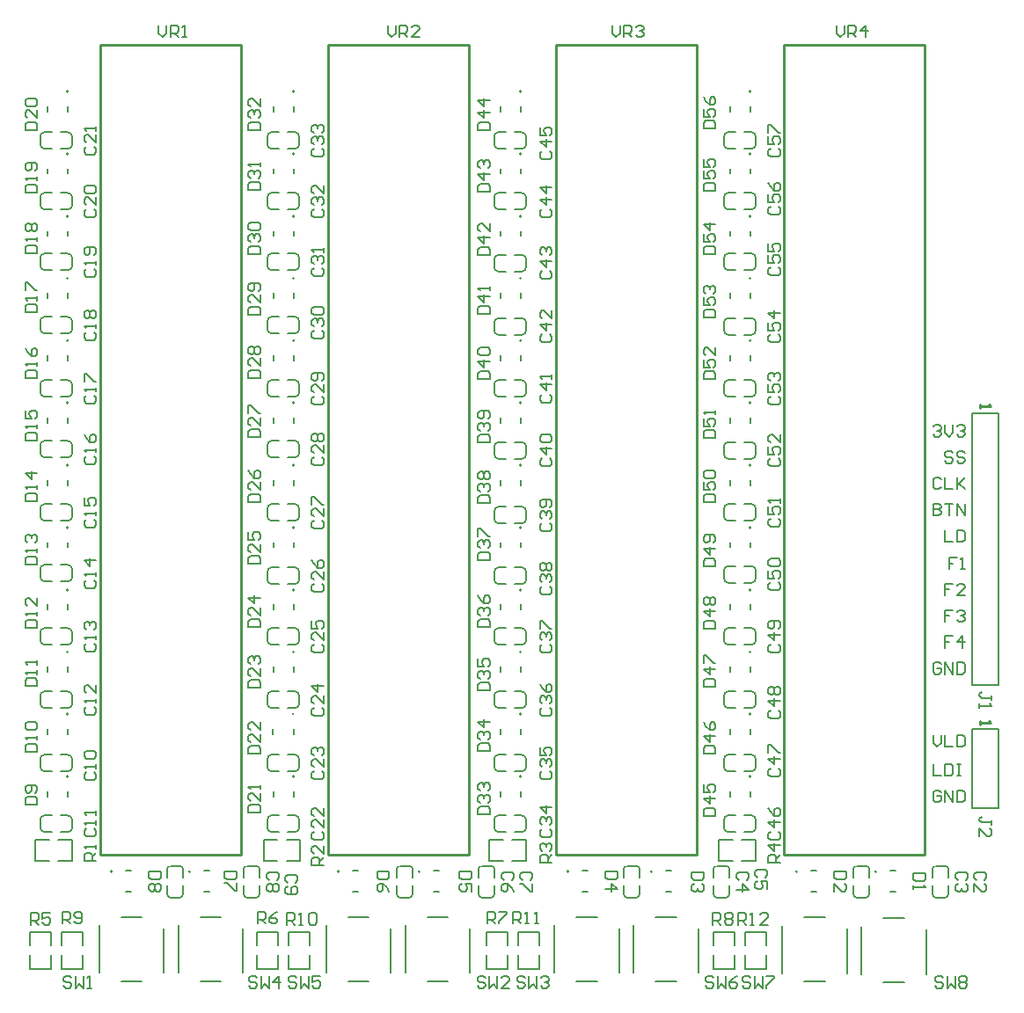
<source format=gto>
G04*
G04 #@! TF.GenerationSoftware,Altium Limited,Altium Designer,24.7.2 (38)*
G04*
G04 Layer_Color=65535*
%FSLAX44Y44*%
%MOMM*%
G71*
G04*
G04 #@! TF.SameCoordinates,4798D7E4-1403-4A70-8607-6B62460FE5A0*
G04*
G04*
G04 #@! TF.FilePolarity,Positive*
G04*
G01*
G75*
%ADD10C,0.2000*%
%ADD11C,0.2540*%
%ADD12C,0.1270*%
%ADD13C,0.1778*%
D10*
X151040Y-822850D02*
G03*
X147040Y-826850I0J-4000D01*
G01*
X162840Y-826850D02*
G03*
X158840Y-822850I-4000J-0D01*
G01*
X158840Y-853550D02*
G03*
X162840Y-849550I0J4000D01*
G01*
X147040D02*
G03*
X151040Y-853550I4000J0D01*
G01*
X224700Y-822850D02*
G03*
X220700Y-826850I0J-4000D01*
G01*
X236500Y-826850D02*
G03*
X232500Y-822850I-4000J-0D01*
G01*
X232500Y-853550D02*
G03*
X236500Y-849550I0J4000D01*
G01*
X220700D02*
G03*
X224700Y-853550I4000J0D01*
G01*
X372020Y-822850D02*
G03*
X368020Y-826850I0J-4000D01*
G01*
X383820Y-826850D02*
G03*
X379820Y-822850I-4000J-0D01*
G01*
X379820Y-853550D02*
G03*
X383820Y-849550I0J4000D01*
G01*
X368020D02*
G03*
X372020Y-853550I4000J0D01*
G01*
X450760Y-822850D02*
G03*
X446760Y-826850I0J-4000D01*
G01*
X462560Y-826850D02*
G03*
X458560Y-822850I-4000J-0D01*
G01*
X458560Y-853550D02*
G03*
X462560Y-849550I0J4000D01*
G01*
X446760D02*
G03*
X450760Y-853550I4000J0D01*
G01*
X590460Y-822850D02*
G03*
X586460Y-826850I0J-4000D01*
G01*
X602260Y-826850D02*
G03*
X598260Y-822850I-4000J-0D01*
G01*
X598260Y-853550D02*
G03*
X602260Y-849550I0J4000D01*
G01*
X586460D02*
G03*
X590460Y-853550I4000J0D01*
G01*
X676820Y-822850D02*
G03*
X672820Y-826850I0J-4000D01*
G01*
X688620Y-826850D02*
G03*
X684620Y-822850I-4000J-0D01*
G01*
X684620Y-853550D02*
G03*
X688620Y-849550I0J4000D01*
G01*
X672820D02*
G03*
X676820Y-853550I4000J0D01*
G01*
X811440Y-822850D02*
G03*
X807440Y-826850I0J-4000D01*
G01*
X823240Y-826850D02*
G03*
X819240Y-822850I-4000J-0D01*
G01*
X819240Y-853550D02*
G03*
X823240Y-849550I0J4000D01*
G01*
X807440D02*
G03*
X811440Y-853550I4000J0D01*
G01*
X887640Y-822850D02*
G03*
X883640Y-826850I0J-4000D01*
G01*
X899440Y-826850D02*
G03*
X895440Y-822850I-4000J-0D01*
G01*
X895440Y-853550D02*
G03*
X899440Y-849550I0J4000D01*
G01*
X883640D02*
G03*
X887640Y-853550I4000J0D01*
G01*
X274430Y-778420D02*
G03*
X270430Y-774420I-4000J0D01*
G01*
X270430Y-790220D02*
G03*
X274430Y-786220I-0J4000D01*
G01*
X243730Y-786220D02*
G03*
X247730Y-790220I4000J-0D01*
G01*
Y-774420D02*
G03*
X243730Y-778420I0J-4000D01*
G01*
X269560Y-736950D02*
G03*
X269560Y-736950I-750J0D01*
G01*
X274430Y-720000D02*
G03*
X270430Y-716000I-4000J0D01*
G01*
X270430Y-731800D02*
G03*
X274430Y-727800I-0J4000D01*
G01*
X243730Y-727800D02*
G03*
X247730Y-731800I4000J-0D01*
G01*
Y-716000D02*
G03*
X243730Y-720000I0J-4000D01*
G01*
X488000Y-736950D02*
G03*
X488000Y-736950I-750J0D01*
G01*
X269140Y-676752D02*
G03*
X269140Y-676752I-750J0D01*
G01*
X269560Y-617016D02*
G03*
X269560Y-617016I-750J0D01*
G01*
X488000Y-676983D02*
G03*
X488000Y-676983I-750J0D01*
G01*
X274430Y-598080D02*
G03*
X270430Y-594080I-4000J0D01*
G01*
X270430Y-609880D02*
G03*
X274430Y-605880I-0J4000D01*
G01*
X243730Y-605880D02*
G03*
X247730Y-609880I4000J-0D01*
G01*
Y-594080D02*
G03*
X243730Y-598080I0J-4000D01*
G01*
X274430Y-659040D02*
G03*
X270430Y-655040I-4000J0D01*
G01*
X270430Y-670840D02*
G03*
X274430Y-666840I-0J4000D01*
G01*
X243730Y-666840D02*
G03*
X247730Y-670840I4000J-0D01*
G01*
Y-655040D02*
G03*
X243730Y-659040I0J-4000D01*
G01*
X488000Y-617016D02*
G03*
X488000Y-617016I-750J0D01*
G01*
Y-557049D02*
G03*
X488000Y-557049I-750J0D01*
G01*
X269560D02*
G03*
X269560Y-557049I-750J0D01*
G01*
X274430Y-539660D02*
G03*
X270430Y-535660I-4000J0D01*
G01*
X270430Y-551460D02*
G03*
X274430Y-547460I-0J4000D01*
G01*
X243730Y-547460D02*
G03*
X247730Y-551460I4000J-0D01*
G01*
Y-535660D02*
G03*
X243730Y-539660I0J-4000D01*
G01*
X269560Y-497082D02*
G03*
X269560Y-497082I-750J0D01*
G01*
X488000D02*
G03*
X488000Y-497082I-750J0D01*
G01*
X274430Y-478700D02*
G03*
X270430Y-474700I-4000J0D01*
G01*
X270430Y-490500D02*
G03*
X274430Y-486500I-0J4000D01*
G01*
X243730Y-486500D02*
G03*
X247730Y-490500I4000J-0D01*
G01*
Y-474700D02*
G03*
X243730Y-478700I0J-4000D01*
G01*
X488000Y-377147D02*
G03*
X488000Y-377147I-750J0D01*
G01*
Y-317180D02*
G03*
X488000Y-317180I-750J0D01*
G01*
Y-257213D02*
G03*
X488000Y-257213I-750J0D01*
G01*
X269560D02*
G03*
X269560Y-257213I-750J0D01*
G01*
X274430Y-298360D02*
G03*
X270430Y-294360I-4000J0D01*
G01*
X270430Y-310160D02*
G03*
X274430Y-306160I-0J4000D01*
G01*
X243730Y-306160D02*
G03*
X247730Y-310160I4000J-0D01*
G01*
Y-294360D02*
G03*
X243730Y-298360I0J-4000D01*
G01*
X269560Y-377147D02*
G03*
X269560Y-377147I-750J0D01*
G01*
X274430Y-359320D02*
G03*
X270430Y-355320I-4000J0D01*
G01*
X270430Y-371120D02*
G03*
X274430Y-367120I-0J4000D01*
G01*
X243730Y-367120D02*
G03*
X247730Y-371120I4000J-0D01*
G01*
Y-355320D02*
G03*
X243730Y-359320I0J-4000D01*
G01*
X269560Y-317180D02*
G03*
X269560Y-317180I-750J0D01*
G01*
X274430Y-237400D02*
G03*
X270430Y-233400I-4000J0D01*
G01*
X270430Y-249200D02*
G03*
X274430Y-245200I-0J4000D01*
G01*
X243730Y-245200D02*
G03*
X247730Y-249200I4000J-0D01*
G01*
Y-233400D02*
G03*
X243730Y-237400I0J-4000D01*
G01*
X269560Y-197246D02*
G03*
X269560Y-197246I-750J0D01*
G01*
X274430Y-178980D02*
G03*
X270430Y-174980I-4000J0D01*
G01*
X270430Y-190780D02*
G03*
X274430Y-186780I-0J4000D01*
G01*
X243730Y-186780D02*
G03*
X247730Y-190780I4000J-0D01*
G01*
Y-174980D02*
G03*
X243730Y-178980I0J-4000D01*
G01*
X488000Y-197246D02*
G03*
X488000Y-197246I-750J0D01*
G01*
X274430Y-120560D02*
G03*
X270430Y-116560I-4000J0D01*
G01*
X270430Y-132360D02*
G03*
X274430Y-128360I-0J4000D01*
G01*
X243730Y-128360D02*
G03*
X247730Y-132360I4000J-0D01*
G01*
Y-116560D02*
G03*
X243730Y-120560I0J-4000D01*
G01*
X269560Y-437115D02*
G03*
X269560Y-437115I-750J0D01*
G01*
X274430Y-417740D02*
G03*
X270430Y-413740I-4000J0D01*
G01*
X270430Y-429540D02*
G03*
X274430Y-425540I-0J4000D01*
G01*
X243730Y-425540D02*
G03*
X247730Y-429540I4000J-0D01*
G01*
Y-413740D02*
G03*
X243730Y-417740I0J-4000D01*
G01*
X687150Y-474700D02*
G03*
X683150Y-478700I0J-4000D01*
G01*
Y-486500D02*
G03*
X687150Y-490500I4000J-0D01*
G01*
X709850Y-490500D02*
G03*
X713850Y-486500I-0J4000D01*
G01*
X713850Y-478700D02*
G03*
X709850Y-474700I-4000J0D01*
G01*
X708980Y-557049D02*
G03*
X708980Y-557049I-750J0D01*
G01*
X687150Y-534390D02*
G03*
X683150Y-538390I0J-4000D01*
G01*
Y-546190D02*
G03*
X687150Y-550190I4000J-0D01*
G01*
X709850Y-550190D02*
G03*
X713850Y-546190I-0J4000D01*
G01*
X713850Y-538390D02*
G03*
X709850Y-534390I-4000J0D01*
G01*
X708980Y-497082D02*
G03*
X708980Y-497082I-750J0D01*
G01*
X492790Y-778420D02*
G03*
X488790Y-774420I-4000J0D01*
G01*
X488790Y-790220D02*
G03*
X492790Y-786220I-0J4000D01*
G01*
X462090Y-786220D02*
G03*
X466090Y-790220I4000J-0D01*
G01*
Y-774420D02*
G03*
X462090Y-778420I0J-4000D01*
G01*
X492790Y-720000D02*
G03*
X488790Y-716000I-4000J0D01*
G01*
X488790Y-731800D02*
G03*
X492790Y-727800I-0J4000D01*
G01*
X462090Y-727800D02*
G03*
X466090Y-731800I4000J-0D01*
G01*
Y-716000D02*
G03*
X462090Y-720000I0J-4000D01*
G01*
X708980Y-736950D02*
G03*
X708980Y-736950I-750J0D01*
G01*
X492790Y-659040D02*
G03*
X488790Y-655040I-4000J0D01*
G01*
X488790Y-670840D02*
G03*
X492790Y-666840I-0J4000D01*
G01*
X462090Y-666840D02*
G03*
X466090Y-670840I4000J-0D01*
G01*
Y-655040D02*
G03*
X462090Y-659040I0J-4000D01*
G01*
X492790Y-598080D02*
G03*
X488790Y-594080I-4000J0D01*
G01*
X488790Y-609880D02*
G03*
X492790Y-605880I-0J4000D01*
G01*
X462090Y-605880D02*
G03*
X466090Y-609880I4000J-0D01*
G01*
Y-594080D02*
G03*
X462090Y-598080I0J-4000D01*
G01*
X492870Y-481240D02*
G03*
X488870Y-477240I-4000J0D01*
G01*
X488870Y-493040D02*
G03*
X492870Y-489040I-0J4000D01*
G01*
X462170Y-489040D02*
G03*
X466170Y-493040I4000J-0D01*
G01*
Y-477240D02*
G03*
X462170Y-481240I0J-4000D01*
G01*
X492870Y-539660D02*
G03*
X488870Y-535660I-4000J0D01*
G01*
X488870Y-551460D02*
G03*
X492870Y-547460I-0J4000D01*
G01*
X462170Y-547460D02*
G03*
X466170Y-551460I4000J-0D01*
G01*
Y-535660D02*
G03*
X462170Y-539660I0J-4000D01*
G01*
X708980Y-676983D02*
G03*
X708980Y-676983I-750J0D01*
G01*
Y-617016D02*
G03*
X708980Y-617016I-750J0D01*
G01*
X713850Y-778420D02*
G03*
X709850Y-774420I-4000J0D01*
G01*
X709850Y-790220D02*
G03*
X713850Y-786220I-0J4000D01*
G01*
X683150Y-786220D02*
G03*
X687150Y-790220I4000J-0D01*
G01*
Y-774420D02*
G03*
X683150Y-778420I0J-4000D01*
G01*
X713850Y-720000D02*
G03*
X709850Y-716000I-4000J0D01*
G01*
X709850Y-731800D02*
G03*
X713850Y-727800I-0J4000D01*
G01*
X683150Y-727800D02*
G03*
X687150Y-731800I4000J-0D01*
G01*
Y-716000D02*
G03*
X683150Y-720000I0J-4000D01*
G01*
X708980Y-377147D02*
G03*
X708980Y-377147I-750J0D01*
G01*
X687150Y-355320D02*
G03*
X683150Y-359320I0J-4000D01*
G01*
Y-367120D02*
G03*
X687150Y-371120I4000J-0D01*
G01*
X709850Y-371120D02*
G03*
X713850Y-367120I-0J4000D01*
G01*
X713850Y-359320D02*
G03*
X709850Y-355320I-4000J0D01*
G01*
X708980Y-257213D02*
G03*
X708980Y-257213I-750J0D01*
G01*
Y-317180D02*
G03*
X708980Y-317180I-750J0D01*
G01*
X687150Y-295630D02*
G03*
X683150Y-299630I0J-4000D01*
G01*
Y-307430D02*
G03*
X687150Y-311430I4000J-0D01*
G01*
X709850Y-311430D02*
G03*
X713850Y-307430I-0J4000D01*
G01*
X713850Y-299630D02*
G03*
X709850Y-295630I-4000J0D01*
G01*
X708980Y-137279D02*
G03*
X708980Y-137279I-750J0D01*
G01*
X687150Y-233400D02*
G03*
X683150Y-237400I0J-4000D01*
G01*
Y-245200D02*
G03*
X687150Y-249200I4000J-0D01*
G01*
X709850Y-249200D02*
G03*
X713850Y-245200I-0J4000D01*
G01*
X713850Y-237400D02*
G03*
X709850Y-233400I-4000J0D01*
G01*
X708980Y-197246D02*
G03*
X708980Y-197246I-750J0D01*
G01*
X687150Y-174980D02*
G03*
X683150Y-178980I0J-4000D01*
G01*
Y-186780D02*
G03*
X687150Y-190780I4000J-0D01*
G01*
X709850Y-190780D02*
G03*
X713850Y-186780I-0J4000D01*
G01*
X713850Y-178980D02*
G03*
X709850Y-174980I-4000J0D01*
G01*
X687150Y-116560D02*
G03*
X683150Y-120560I0J-4000D01*
G01*
Y-128360D02*
G03*
X687150Y-132360I4000J-0D01*
G01*
X709850Y-132360D02*
G03*
X713850Y-128360I-0J4000D01*
G01*
X713850Y-120560D02*
G03*
X709850Y-116560I-4000J0D01*
G01*
X708980Y-77312D02*
G03*
X708980Y-77312I-750J0D01*
G01*
X687150Y-415010D02*
G03*
X683150Y-419010I0J-4000D01*
G01*
Y-426810D02*
G03*
X687150Y-430810I4000J-0D01*
G01*
X709850Y-430810D02*
G03*
X713850Y-426810I-0J4000D01*
G01*
X713850Y-419010D02*
G03*
X709850Y-415010I-4000J0D01*
G01*
X708980Y-437115D02*
G03*
X708980Y-437115I-750J0D01*
G01*
X488000D02*
G03*
X488000Y-437115I-750J0D01*
G01*
X492790Y-299630D02*
G03*
X488790Y-295630I-4000J0D01*
G01*
X488790Y-311430D02*
G03*
X492790Y-307430I-0J4000D01*
G01*
X462090Y-307430D02*
G03*
X466090Y-311430I4000J-0D01*
G01*
Y-295630D02*
G03*
X462090Y-299630I0J-4000D01*
G01*
X492870Y-419010D02*
G03*
X488870Y-415010I-4000J0D01*
G01*
X488870Y-430810D02*
G03*
X492870Y-426810I-0J4000D01*
G01*
X462170Y-426810D02*
G03*
X466170Y-430810I4000J-0D01*
G01*
Y-415010D02*
G03*
X462170Y-419010I0J-4000D01*
G01*
X492790Y-359320D02*
G03*
X488790Y-355320I-4000J0D01*
G01*
X488790Y-371120D02*
G03*
X492790Y-367120I-0J4000D01*
G01*
X462090Y-367120D02*
G03*
X466090Y-371120I4000J-0D01*
G01*
Y-355320D02*
G03*
X462090Y-359320I0J-4000D01*
G01*
X492790Y-238670D02*
G03*
X488790Y-234670I-4000J0D01*
G01*
X488790Y-250470D02*
G03*
X492790Y-246470I-0J4000D01*
G01*
X462090Y-246470D02*
G03*
X466090Y-250470I4000J-0D01*
G01*
Y-234670D02*
G03*
X462090Y-238670I0J-4000D01*
G01*
X492790Y-178980D02*
G03*
X488790Y-174980I-4000J0D01*
G01*
X488790Y-190780D02*
G03*
X492790Y-186780I-0J4000D01*
G01*
X462090Y-186780D02*
G03*
X466090Y-190780I4000J-0D01*
G01*
Y-174980D02*
G03*
X462090Y-178980I0J-4000D01*
G01*
X488000Y-137279D02*
G03*
X488000Y-137279I-750J0D01*
G01*
X492790Y-120560D02*
G03*
X488790Y-116560I-4000J0D01*
G01*
X488790Y-132360D02*
G03*
X492790Y-128360I-0J4000D01*
G01*
X462090Y-128360D02*
G03*
X466090Y-132360I4000J-0D01*
G01*
Y-116560D02*
G03*
X462090Y-120560I0J-4000D01*
G01*
X488000Y-77312D02*
G03*
X488000Y-77312I-750J0D01*
G01*
X713850Y-598080D02*
G03*
X709850Y-594080I-4000J0D01*
G01*
X709850Y-609880D02*
G03*
X713850Y-605880I-0J4000D01*
G01*
X683150Y-605880D02*
G03*
X687150Y-609880I4000J-0D01*
G01*
Y-594080D02*
G03*
X683150Y-598080I0J-4000D01*
G01*
X713850Y-659040D02*
G03*
X709850Y-655040I-4000J0D01*
G01*
X709850Y-670840D02*
G03*
X713850Y-666840I-0J4000D01*
G01*
X683150Y-666840D02*
G03*
X687150Y-670840I4000J-0D01*
G01*
Y-655040D02*
G03*
X683150Y-659040I0J-4000D01*
G01*
X29210Y-716000D02*
G03*
X25210Y-720000I0J-4000D01*
G01*
Y-727800D02*
G03*
X29210Y-731800I4000J-0D01*
G01*
X51910Y-731800D02*
G03*
X55910Y-727800I-0J4000D01*
G01*
X55910Y-720000D02*
G03*
X51910Y-716000I-4000J0D01*
G01*
X51970Y-676983D02*
G03*
X51970Y-676983I-750J0D01*
G01*
X55910Y-659040D02*
G03*
X51910Y-655040I-4000J0D01*
G01*
X51910Y-670840D02*
G03*
X55910Y-666840I-0J4000D01*
G01*
X25210Y-666840D02*
G03*
X29210Y-670840I4000J-0D01*
G01*
Y-655040D02*
G03*
X25210Y-659040I0J-4000D01*
G01*
X51970Y-617016D02*
G03*
X51970Y-617016I-750J0D01*
G01*
X55910Y-598080D02*
G03*
X51910Y-594080I-4000J0D01*
G01*
X51910Y-609880D02*
G03*
X55910Y-605880I-0J4000D01*
G01*
X25210Y-605880D02*
G03*
X29210Y-609880I4000J-0D01*
G01*
Y-594080D02*
G03*
X25210Y-598080I0J-4000D01*
G01*
X55910Y-778420D02*
G03*
X51910Y-774420I-4000J0D01*
G01*
X51910Y-790220D02*
G03*
X55910Y-786220I-0J4000D01*
G01*
X25210Y-786220D02*
G03*
X29210Y-790220I4000J-0D01*
G01*
Y-774420D02*
G03*
X25210Y-778420I0J-4000D01*
G01*
X51970Y-736950D02*
G03*
X51970Y-736950I-750J0D01*
G01*
Y-557049D02*
G03*
X51970Y-557049I-750J0D01*
G01*
X55910Y-537120D02*
G03*
X51910Y-533120I-4000J0D01*
G01*
X51910Y-548920D02*
G03*
X55910Y-544920I-0J4000D01*
G01*
X25210Y-544920D02*
G03*
X29210Y-548920I4000J-0D01*
G01*
Y-533120D02*
G03*
X25210Y-537120I0J-4000D01*
G01*
X51970Y-497082D02*
G03*
X51970Y-497082I-750J0D01*
G01*
X55910Y-478700D02*
G03*
X51910Y-474700I-4000J0D01*
G01*
X51910Y-490500D02*
G03*
X55910Y-486500I-0J4000D01*
G01*
X25210Y-486500D02*
G03*
X29210Y-490500I4000J-0D01*
G01*
Y-474700D02*
G03*
X25210Y-478700I0J-4000D01*
G01*
X51970Y-377147D02*
G03*
X51970Y-377147I-750J0D01*
G01*
X55910Y-359320D02*
G03*
X51910Y-355320I-4000J0D01*
G01*
X51910Y-371120D02*
G03*
X55910Y-367120I-0J4000D01*
G01*
X25210Y-367120D02*
G03*
X29210Y-371120I4000J-0D01*
G01*
Y-355320D02*
G03*
X25210Y-359320I0J-4000D01*
G01*
X51970Y-317180D02*
G03*
X51970Y-317180I-750J0D01*
G01*
X55910Y-298360D02*
G03*
X51910Y-294360I-4000J0D01*
G01*
X51910Y-310160D02*
G03*
X55910Y-306160I-0J4000D01*
G01*
X25210Y-306160D02*
G03*
X29210Y-310160I4000J-0D01*
G01*
Y-294360D02*
G03*
X25210Y-298360I0J-4000D01*
G01*
X55910Y-417740D02*
G03*
X51910Y-413740I-4000J0D01*
G01*
X51910Y-429540D02*
G03*
X55910Y-425540I-0J4000D01*
G01*
X25210Y-425540D02*
G03*
X29210Y-429540I4000J-0D01*
G01*
Y-413740D02*
G03*
X25210Y-417740I0J-4000D01*
G01*
X51970Y-257213D02*
G03*
X51970Y-257213I-750J0D01*
G01*
X55910Y-237400D02*
G03*
X51910Y-233400I-4000J0D01*
G01*
X51910Y-249200D02*
G03*
X55910Y-245200I-0J4000D01*
G01*
X25210Y-245200D02*
G03*
X29210Y-249200I4000J-0D01*
G01*
Y-233400D02*
G03*
X25210Y-237400I0J-4000D01*
G01*
X51970Y-197246D02*
G03*
X51970Y-197246I-750J0D01*
G01*
X55910Y-178980D02*
G03*
X51910Y-174980I-4000J0D01*
G01*
X51910Y-190780D02*
G03*
X55910Y-186780I-0J4000D01*
G01*
X25210Y-186780D02*
G03*
X29210Y-190780I4000J-0D01*
G01*
Y-174980D02*
G03*
X25210Y-178980I0J-4000D01*
G01*
X51970Y-137279D02*
G03*
X51970Y-137279I-750J0D01*
G01*
X55910Y-120560D02*
G03*
X51910Y-116560I-4000J0D01*
G01*
X51910Y-132360D02*
G03*
X55910Y-128360I-0J4000D01*
G01*
X25210Y-128360D02*
G03*
X29210Y-132360I4000J-0D01*
G01*
Y-116560D02*
G03*
X25210Y-120560I0J-4000D01*
G01*
X51970Y-77312D02*
G03*
X51970Y-77312I-750J0D01*
G01*
X269560Y-137279D02*
G03*
X269560Y-137279I-750J0D01*
G01*
Y-77312D02*
G03*
X269560Y-77312I-750J0D01*
G01*
X51970Y-437115D02*
G03*
X51970Y-437115I-750J0D01*
G01*
X614002Y-828465D02*
G03*
X614002Y-828465I-750J0D01*
G01*
X390482D02*
G03*
X390482Y-828465I-750J0D01*
G01*
X169502D02*
G03*
X169502Y-828465I-750J0D01*
G01*
X94312D02*
G03*
X94312Y-828465I-750J0D01*
G01*
X312752D02*
G03*
X312752Y-828465I-750J0D01*
G01*
X533732D02*
G03*
X533732Y-828465I-750J0D01*
G01*
X753702D02*
G03*
X753702Y-828465I-750J0D01*
G01*
X829902D02*
G03*
X829902Y-828465I-750J0D01*
G01*
X15050Y-921940D02*
X35750D01*
X15050Y-886540D02*
X35750D01*
X15050Y-899740D02*
Y-886540D01*
Y-921940D02*
Y-908740D01*
X35750Y-921940D02*
Y-908740D01*
Y-899740D02*
Y-886540D01*
X724090Y-899740D02*
Y-886540D01*
Y-921940D02*
Y-908740D01*
X703390Y-921940D02*
Y-908740D01*
Y-899740D02*
Y-886540D01*
X724090D01*
X703390Y-921940D02*
X724090D01*
X693610Y-899740D02*
Y-886540D01*
Y-921940D02*
Y-908740D01*
X672910Y-921940D02*
Y-908740D01*
Y-899740D02*
Y-886540D01*
X693610D01*
X672910Y-921940D02*
X693610D01*
X376670Y-925970D02*
Y-879970D01*
X438670Y-925970D02*
Y-882970D01*
X397670Y-933970D02*
X417670D01*
X397670Y-871970D02*
X417670D01*
X520180Y-925970D02*
Y-879970D01*
X582180Y-925970D02*
Y-882970D01*
X541180Y-933970D02*
X561180D01*
X541180Y-871970D02*
X561180D01*
X457280Y-818070D02*
Y-797370D01*
X492680Y-818070D02*
Y-797370D01*
X479480D02*
X492680D01*
X457280D02*
X470480D01*
X457280Y-818070D02*
X470480D01*
X479480D02*
X492680D01*
X147040Y-849550D02*
Y-842200D01*
X151040Y-822850D02*
X158840D01*
X151040Y-853550D02*
X158840D01*
X147040Y-834200D02*
Y-826850D01*
X162840Y-834200D02*
Y-826850D01*
X162840Y-849550D02*
Y-842200D01*
X220700Y-849550D02*
Y-842200D01*
X224700Y-822850D02*
X232500D01*
X224700Y-853550D02*
X232500D01*
X220700Y-834200D02*
Y-826850D01*
X236500Y-834200D02*
Y-826850D01*
X236500Y-849550D02*
Y-842200D01*
X368020Y-849550D02*
Y-842200D01*
X372020Y-822850D02*
X379820D01*
X372020Y-853550D02*
X379820D01*
X368020Y-834200D02*
Y-826850D01*
X383820Y-834200D02*
Y-826850D01*
X383820Y-849550D02*
Y-842200D01*
X446760Y-849550D02*
Y-842200D01*
X450760Y-822850D02*
X458560D01*
X450760Y-853550D02*
X458560D01*
X446760Y-834200D02*
Y-826850D01*
X462560Y-834200D02*
Y-826850D01*
X462560Y-849550D02*
Y-842200D01*
X586460Y-849550D02*
Y-842200D01*
X590460Y-822850D02*
X598260D01*
X590460Y-853550D02*
X598260D01*
X586460Y-834200D02*
Y-826850D01*
X602260Y-834200D02*
Y-826850D01*
X602260Y-849550D02*
Y-842200D01*
X284670Y-899740D02*
Y-886540D01*
Y-921940D02*
Y-908740D01*
X263970Y-921940D02*
Y-908740D01*
Y-899740D02*
Y-886540D01*
X284670D01*
X263970Y-921940D02*
X284670D01*
X672820Y-849550D02*
Y-842200D01*
X676820Y-822850D02*
X684620D01*
X676820Y-853550D02*
X684620D01*
X672820Y-834200D02*
Y-826850D01*
X688620Y-834200D02*
Y-826850D01*
X688620Y-849550D02*
Y-842200D01*
X807440Y-849550D02*
Y-842200D01*
X811440Y-822850D02*
X819240D01*
X811440Y-853550D02*
X819240D01*
X807440Y-834200D02*
Y-826850D01*
X823240Y-834200D02*
Y-826850D01*
X823240Y-849550D02*
Y-842200D01*
X883640Y-849550D02*
Y-842200D01*
X887640Y-822850D02*
X895440D01*
X887640Y-853550D02*
X895440D01*
X883640Y-834200D02*
Y-826850D01*
X899440Y-834200D02*
Y-826850D01*
X899440Y-849550D02*
Y-842200D01*
X66230Y-899740D02*
Y-886540D01*
Y-921940D02*
Y-908740D01*
X45530Y-921940D02*
Y-908740D01*
Y-899740D02*
Y-886540D01*
X66230D01*
X45530Y-921940D02*
X66230D01*
X240100Y-818070D02*
Y-797370D01*
X275500Y-818070D02*
Y-797370D01*
X262300D02*
X275500D01*
X240100D02*
X253300D01*
X240100Y-818070D02*
X253300D01*
X262300D02*
X275500D01*
X678260D02*
Y-797370D01*
X713660Y-818070D02*
Y-797370D01*
X700460D02*
X713660D01*
X678260D02*
X691460D01*
X678260Y-818070D02*
X691460D01*
X700460D02*
X713660D01*
X20400D02*
Y-797370D01*
X55800Y-818070D02*
Y-797370D01*
X42600D02*
X55800D01*
X20400D02*
X33600D01*
X20400Y-818070D02*
X33600D01*
X42600D02*
X55800D01*
X815730Y-927240D02*
Y-881240D01*
X877730Y-927240D02*
Y-884240D01*
X836730Y-935240D02*
X856730D01*
X836730Y-873240D02*
X856730D01*
X739530Y-926490D02*
Y-880490D01*
X801530Y-926490D02*
Y-883490D01*
X760530Y-934490D02*
X780530D01*
X760530Y-872490D02*
X780530D01*
X596380Y-925970D02*
Y-879970D01*
X658380Y-925970D02*
Y-882970D01*
X617380Y-933970D02*
X637380D01*
X617380Y-871970D02*
X637380D01*
X158230Y-925970D02*
Y-879970D01*
X220230Y-925970D02*
Y-882970D01*
X179230Y-933970D02*
X199230D01*
X179230Y-871970D02*
X199230D01*
X300470Y-925970D02*
Y-879970D01*
X362470Y-925970D02*
Y-882970D01*
X321470Y-933970D02*
X341470D01*
X321470Y-871970D02*
X341470D01*
X82030Y-925970D02*
Y-879970D01*
X144030Y-925970D02*
Y-882970D01*
X103030Y-933970D02*
X123030D01*
X103030Y-871970D02*
X123030D01*
X475170Y-899740D02*
Y-886540D01*
Y-921940D02*
Y-908740D01*
X454470Y-921940D02*
Y-908740D01*
Y-899740D02*
Y-886540D01*
X475170D01*
X454470Y-921940D02*
X475170D01*
X254190Y-899740D02*
Y-886540D01*
Y-921940D02*
Y-908740D01*
X233490Y-921940D02*
Y-908740D01*
Y-899740D02*
Y-886540D01*
X254190D01*
X233490Y-921940D02*
X254190D01*
X505650Y-899740D02*
Y-886540D01*
Y-921940D02*
Y-908740D01*
X484950Y-921940D02*
Y-908740D01*
Y-899740D02*
Y-886540D01*
X505650D01*
X484950Y-921940D02*
X505650D01*
X247730Y-774420D02*
X255080D01*
X274430Y-786220D02*
Y-778420D01*
X243730Y-786220D02*
Y-778420D01*
X263080Y-774420D02*
X270430D01*
X263080Y-790220D02*
X270430D01*
X247730Y-790220D02*
X255080D01*
X247730Y-716000D02*
X255080D01*
X274430Y-727800D02*
Y-720000D01*
X243730Y-727800D02*
Y-720000D01*
X263080Y-716000D02*
X270430D01*
X263080Y-731800D02*
X270430D01*
X247730Y-731800D02*
X255080D01*
X247730Y-594080D02*
X255080D01*
X274430Y-605880D02*
Y-598080D01*
X243730Y-605880D02*
Y-598080D01*
X263080Y-594080D02*
X270430D01*
X263080Y-609880D02*
X270430D01*
X247730Y-609880D02*
X255080D01*
X247730Y-655040D02*
X255080D01*
X274430Y-666840D02*
Y-659040D01*
X243730Y-666840D02*
Y-659040D01*
X263080Y-655040D02*
X270430D01*
X263080Y-670840D02*
X270430D01*
X247730Y-670840D02*
X255080D01*
X247730Y-535660D02*
X255080D01*
X274430Y-547460D02*
Y-539660D01*
X243730Y-547460D02*
Y-539660D01*
X263080Y-535660D02*
X270430D01*
X263080Y-551460D02*
X270430D01*
X247730Y-551460D02*
X255080D01*
X247730Y-474700D02*
X255080D01*
X274430Y-486500D02*
Y-478700D01*
X243730Y-486500D02*
Y-478700D01*
X263080Y-474700D02*
X270430D01*
X263080Y-490500D02*
X270430D01*
X247730Y-490500D02*
X255080D01*
X247730Y-294360D02*
X255080D01*
X274430Y-306160D02*
Y-298360D01*
X243730Y-306160D02*
Y-298360D01*
X263080Y-294360D02*
X270430D01*
X263080Y-310160D02*
X270430D01*
X247730Y-310160D02*
X255080D01*
X247730Y-355320D02*
X255080D01*
X274430Y-367120D02*
Y-359320D01*
X243730Y-367120D02*
Y-359320D01*
X263080Y-355320D02*
X270430D01*
X263080Y-371120D02*
X270430D01*
X247730Y-371120D02*
X255080D01*
X247730Y-233400D02*
X255080D01*
X274430Y-245200D02*
Y-237400D01*
X243730Y-245200D02*
Y-237400D01*
X263080Y-233400D02*
X270430D01*
X263080Y-249200D02*
X270430D01*
X247730Y-249200D02*
X255080D01*
X247730Y-174980D02*
X255080D01*
X274430Y-186780D02*
Y-178980D01*
X243730Y-186780D02*
Y-178980D01*
X263080Y-174980D02*
X270430D01*
X263080Y-190780D02*
X270430D01*
X247730Y-190780D02*
X255080D01*
X247730Y-116560D02*
X255080D01*
X274430Y-128360D02*
Y-120560D01*
X243730Y-128360D02*
Y-120560D01*
X263080Y-116560D02*
X270430D01*
X263080Y-132360D02*
X270430D01*
X247730Y-132360D02*
X255080D01*
X247730Y-413740D02*
X255080D01*
X274430Y-425540D02*
Y-417740D01*
X243730Y-425540D02*
Y-417740D01*
X263080Y-413740D02*
X270430D01*
X263080Y-429540D02*
X270430D01*
X247730Y-429540D02*
X255080D01*
X687150Y-490500D02*
X694500D01*
X702500Y-490500D02*
X709850D01*
X702500Y-474700D02*
X709850D01*
X683150Y-486500D02*
Y-478700D01*
X713850Y-486500D02*
Y-478700D01*
X687150Y-474700D02*
X694500D01*
X687150Y-550190D02*
X694500D01*
X702500Y-550190D02*
X709850D01*
X702500Y-534390D02*
X709850D01*
X683150Y-546190D02*
Y-538390D01*
X713850Y-546190D02*
Y-538390D01*
X687150Y-534390D02*
X694500D01*
X466090Y-774420D02*
X473440D01*
X492790Y-786220D02*
Y-778420D01*
X462090Y-786220D02*
Y-778420D01*
X481440Y-774420D02*
X488790D01*
X481440Y-790220D02*
X488790D01*
X466090Y-790220D02*
X473440D01*
X466090Y-716000D02*
X473440D01*
X492790Y-727800D02*
Y-720000D01*
X462090Y-727800D02*
Y-720000D01*
X481440Y-716000D02*
X488790D01*
X481440Y-731800D02*
X488790D01*
X466090Y-731800D02*
X473440D01*
X466090Y-655040D02*
X473440D01*
X492790Y-666840D02*
Y-659040D01*
X462090Y-666840D02*
Y-659040D01*
X481440Y-655040D02*
X488790D01*
X481440Y-670840D02*
X488790D01*
X466090Y-670840D02*
X473440D01*
X466090Y-594080D02*
X473440D01*
X492790Y-605880D02*
Y-598080D01*
X462090Y-605880D02*
Y-598080D01*
X481440Y-594080D02*
X488790D01*
X481440Y-609880D02*
X488790D01*
X466090Y-609880D02*
X473440D01*
X466170Y-477240D02*
X473520D01*
X492870Y-489040D02*
Y-481240D01*
X462170Y-489040D02*
Y-481240D01*
X481520Y-477240D02*
X488870D01*
X481520Y-493040D02*
X488870D01*
X466170Y-493040D02*
X473520D01*
X466170Y-535660D02*
X473520D01*
X492870Y-547460D02*
Y-539660D01*
X462170Y-547460D02*
Y-539660D01*
X481520Y-535660D02*
X488870D01*
X481520Y-551460D02*
X488870D01*
X466170Y-551460D02*
X473520D01*
X687150Y-774420D02*
X694500D01*
X713850Y-786220D02*
Y-778420D01*
X683150Y-786220D02*
Y-778420D01*
X702500Y-774420D02*
X709850D01*
X702500Y-790220D02*
X709850D01*
X687150Y-790220D02*
X694500D01*
X687150Y-716000D02*
X694500D01*
X713850Y-727800D02*
Y-720000D01*
X683150Y-727800D02*
Y-720000D01*
X702500Y-716000D02*
X709850D01*
X702500Y-731800D02*
X709850D01*
X687150Y-731800D02*
X694500D01*
X687150Y-371120D02*
X694500D01*
X702500Y-371120D02*
X709850D01*
X702500Y-355320D02*
X709850D01*
X683150Y-367120D02*
Y-359320D01*
X713850Y-367120D02*
Y-359320D01*
X687150Y-355320D02*
X694500D01*
X687150Y-311430D02*
X694500D01*
X702500Y-311430D02*
X709850D01*
X702500Y-295630D02*
X709850D01*
X683150Y-307430D02*
Y-299630D01*
X713850Y-307430D02*
Y-299630D01*
X687150Y-295630D02*
X694500D01*
X687150Y-249200D02*
X694500D01*
X702500Y-249200D02*
X709850D01*
X702500Y-233400D02*
X709850D01*
X683150Y-245200D02*
Y-237400D01*
X713850Y-245200D02*
Y-237400D01*
X687150Y-233400D02*
X694500D01*
X687150Y-190780D02*
X694500D01*
X702500Y-190780D02*
X709850D01*
X702500Y-174980D02*
X709850D01*
X683150Y-186780D02*
Y-178980D01*
X713850Y-186780D02*
Y-178980D01*
X687150Y-174980D02*
X694500D01*
X687150Y-132360D02*
X694500D01*
X702500Y-132360D02*
X709850D01*
X702500Y-116560D02*
X709850D01*
X683150Y-128360D02*
Y-120560D01*
X713850Y-128360D02*
Y-120560D01*
X687150Y-116560D02*
X694500D01*
X687150Y-430810D02*
X694500D01*
X702500Y-430810D02*
X709850D01*
X702500Y-415010D02*
X709850D01*
X683150Y-426810D02*
Y-419010D01*
X713850Y-426810D02*
Y-419010D01*
X687150Y-415010D02*
X694500D01*
X466090Y-295630D02*
X473440D01*
X492790Y-307430D02*
Y-299630D01*
X462090Y-307430D02*
Y-299630D01*
X481440Y-295630D02*
X488790D01*
X481440Y-311430D02*
X488790D01*
X466090Y-311430D02*
X473440D01*
X466170Y-415010D02*
X473520D01*
X492870Y-426810D02*
Y-419010D01*
X462170Y-426810D02*
Y-419010D01*
X481520Y-415010D02*
X488870D01*
X481520Y-430810D02*
X488870D01*
X466170Y-430810D02*
X473520D01*
X466090Y-355320D02*
X473440D01*
X492790Y-367120D02*
Y-359320D01*
X462090Y-367120D02*
Y-359320D01*
X481440Y-355320D02*
X488790D01*
X481440Y-371120D02*
X488790D01*
X466090Y-371120D02*
X473440D01*
X466090Y-234670D02*
X473440D01*
X492790Y-246470D02*
Y-238670D01*
X462090Y-246470D02*
Y-238670D01*
X481440Y-234670D02*
X488790D01*
X481440Y-250470D02*
X488790D01*
X466090Y-250470D02*
X473440D01*
X466090Y-174980D02*
X473440D01*
X492790Y-186780D02*
Y-178980D01*
X462090Y-186780D02*
Y-178980D01*
X481440Y-174980D02*
X488790D01*
X481440Y-190780D02*
X488790D01*
X466090Y-190780D02*
X473440D01*
X466090Y-116560D02*
X473440D01*
X492790Y-128360D02*
Y-120560D01*
X462090Y-128360D02*
Y-120560D01*
X481440Y-116560D02*
X488790D01*
X481440Y-132360D02*
X488790D01*
X466090Y-132360D02*
X473440D01*
X687150Y-594080D02*
X694500D01*
X713850Y-605880D02*
Y-598080D01*
X683150Y-605880D02*
Y-598080D01*
X702500Y-594080D02*
X709850D01*
X702500Y-609880D02*
X709850D01*
X687150Y-609880D02*
X694500D01*
X687150Y-655040D02*
X694500D01*
X713850Y-666840D02*
Y-659040D01*
X683150Y-666840D02*
Y-659040D01*
X702500Y-655040D02*
X709850D01*
X702500Y-670840D02*
X709850D01*
X687150Y-670840D02*
X694500D01*
X29210Y-731800D02*
X36560D01*
X44560Y-731800D02*
X51910D01*
X44560Y-716000D02*
X51910D01*
X25210Y-727800D02*
Y-720000D01*
X55910Y-727800D02*
Y-720000D01*
X29210Y-716000D02*
X36560D01*
X29210Y-655040D02*
X36560D01*
X55910Y-666840D02*
Y-659040D01*
X25210Y-666840D02*
Y-659040D01*
X44560Y-655040D02*
X51910D01*
X44560Y-670840D02*
X51910D01*
X29210Y-670840D02*
X36560D01*
X29210Y-594080D02*
X36560D01*
X55910Y-605880D02*
Y-598080D01*
X25210Y-605880D02*
Y-598080D01*
X44560Y-594080D02*
X51910D01*
X44560Y-609880D02*
X51910D01*
X29210Y-609880D02*
X36560D01*
X29210Y-774420D02*
X36560D01*
X55910Y-786220D02*
Y-778420D01*
X25210Y-786220D02*
Y-778420D01*
X44560Y-774420D02*
X51910D01*
X44560Y-790220D02*
X51910D01*
X29210Y-790220D02*
X36560D01*
X29210Y-533120D02*
X36560D01*
X55910Y-544920D02*
Y-537120D01*
X25210Y-544920D02*
Y-537120D01*
X44560Y-533120D02*
X51910D01*
X44560Y-548920D02*
X51910D01*
X29210Y-548920D02*
X36560D01*
X29210Y-474700D02*
X36560D01*
X55910Y-486500D02*
Y-478700D01*
X25210Y-486500D02*
Y-478700D01*
X44560Y-474700D02*
X51910D01*
X44560Y-490500D02*
X51910D01*
X29210Y-490500D02*
X36560D01*
X29210Y-355320D02*
X36560D01*
X55910Y-367120D02*
Y-359320D01*
X25210Y-367120D02*
Y-359320D01*
X44560Y-355320D02*
X51910D01*
X44560Y-371120D02*
X51910D01*
X29210Y-371120D02*
X36560D01*
X29210Y-294360D02*
X36560D01*
X55910Y-306160D02*
Y-298360D01*
X25210Y-306160D02*
Y-298360D01*
X44560Y-294360D02*
X51910D01*
X44560Y-310160D02*
X51910D01*
X29210Y-310160D02*
X36560D01*
X29210Y-413740D02*
X36560D01*
X55910Y-425540D02*
Y-417740D01*
X25210Y-425540D02*
Y-417740D01*
X44560Y-413740D02*
X51910D01*
X44560Y-429540D02*
X51910D01*
X29210Y-429540D02*
X36560D01*
X29210Y-233400D02*
X36560D01*
X55910Y-245200D02*
Y-237400D01*
X25210Y-245200D02*
Y-237400D01*
X44560Y-233400D02*
X51910D01*
X44560Y-249200D02*
X51910D01*
X29210Y-249200D02*
X36560D01*
X29210Y-174980D02*
X36560D01*
X55910Y-186780D02*
Y-178980D01*
X25210Y-186780D02*
Y-178980D01*
X44560Y-174980D02*
X51910D01*
X44560Y-190780D02*
X51910D01*
X29210Y-190780D02*
X36560D01*
X29210Y-116560D02*
X36560D01*
X55910Y-128360D02*
Y-120560D01*
X25210Y-128360D02*
Y-120560D01*
X44560Y-116560D02*
X51910D01*
X44560Y-132360D02*
X51910D01*
X29210Y-132360D02*
X36560D01*
X947720Y-766580D02*
Y-690880D01*
X921720Y-767180D02*
Y-690880D01*
Y-767080D02*
X947720D01*
X921720Y-690880D02*
X947720D01*
X921720Y-387160D02*
X947720D01*
X921720Y-649160D02*
Y-387160D01*
X947720Y-649160D02*
Y-387160D01*
X921720Y-649160D02*
X947720D01*
D11*
X302327Y-812250D02*
X437327D01*
X302327D02*
Y-32250D01*
X437327Y-812250D02*
Y-32250D01*
X302327D02*
X437327D01*
X740900Y-812250D02*
X875900D01*
X740900D02*
Y-32250D01*
X875900Y-812250D02*
Y-32250D01*
X740900D02*
X875900D01*
X521613D02*
X656613D01*
Y-812250D02*
Y-32250D01*
X521613Y-812250D02*
Y-32250D01*
Y-812250D02*
X656613D01*
X83040Y-32250D02*
X218040D01*
Y-812250D02*
Y-32250D01*
X83040Y-812250D02*
Y-32250D01*
Y-812250D02*
X218040D01*
X929640Y-683260D02*
Y-686646D01*
Y-684953D01*
X939797D01*
X938104Y-683260D01*
X929640Y-378460D02*
Y-381846D01*
Y-380153D01*
X939797D01*
X938104Y-378460D01*
D12*
X249500Y-756068D02*
Y-751168D01*
X269500Y-756068D02*
Y-751168D01*
X467940Y-756068D02*
Y-751168D01*
X487940Y-756068D02*
Y-751168D01*
X269080Y-695870D02*
Y-690970D01*
X249080Y-695870D02*
Y-690970D01*
X249500Y-636134D02*
Y-631234D01*
X269500Y-636134D02*
Y-631234D01*
X487940Y-696101D02*
Y-691201D01*
X467940Y-696101D02*
Y-691201D01*
Y-636134D02*
Y-631234D01*
X487940Y-636134D02*
Y-631234D01*
Y-576167D02*
Y-571267D01*
X467940Y-576167D02*
Y-571267D01*
X269500Y-576167D02*
Y-571267D01*
X249500Y-576167D02*
Y-571267D01*
Y-516200D02*
Y-511300D01*
X269500Y-516200D02*
Y-511300D01*
X467940Y-516200D02*
Y-511300D01*
X487940Y-516200D02*
Y-511300D01*
X467940Y-396265D02*
Y-391366D01*
X487940Y-396265D02*
Y-391366D01*
Y-336298D02*
Y-331398D01*
X467940Y-336298D02*
Y-331398D01*
Y-276331D02*
Y-271431D01*
X487940Y-276331D02*
Y-271431D01*
X249500Y-276331D02*
Y-271431D01*
X269500Y-276331D02*
Y-271431D01*
X249500Y-396265D02*
Y-391366D01*
X269500Y-396265D02*
Y-391366D01*
Y-336298D02*
Y-331398D01*
X249500Y-336298D02*
Y-331398D01*
X269500Y-216364D02*
Y-211464D01*
X249500Y-216364D02*
Y-211464D01*
X487940Y-216364D02*
Y-211464D01*
X467940Y-216364D02*
Y-211464D01*
X269500Y-456233D02*
Y-451333D01*
X249500Y-456233D02*
Y-451333D01*
X708920Y-576167D02*
Y-571267D01*
X688920Y-576167D02*
Y-571267D01*
Y-516200D02*
Y-511300D01*
X708920Y-516200D02*
Y-511300D01*
X688920Y-756068D02*
Y-751168D01*
X708920Y-756068D02*
Y-751168D01*
Y-696101D02*
Y-691201D01*
X688920Y-696101D02*
Y-691201D01*
Y-636134D02*
Y-631234D01*
X708920Y-636134D02*
Y-631234D01*
X688920Y-396265D02*
Y-391366D01*
X708920Y-396265D02*
Y-391366D01*
X688920Y-276331D02*
Y-271431D01*
X708920Y-276331D02*
Y-271431D01*
Y-336298D02*
Y-331398D01*
X688920Y-336298D02*
Y-331398D01*
X708920Y-156397D02*
Y-151497D01*
X688920Y-156397D02*
Y-151497D01*
X708920Y-216364D02*
Y-211464D01*
X688920Y-216364D02*
Y-211464D01*
X708920Y-96430D02*
Y-91530D01*
X688920Y-96430D02*
Y-91530D01*
X708920Y-456233D02*
Y-451333D01*
X688920Y-456233D02*
Y-451333D01*
X487940Y-456233D02*
Y-451333D01*
X467940Y-456233D02*
Y-451333D01*
X487940Y-156397D02*
Y-151497D01*
X467940Y-156397D02*
Y-151497D01*
X487940Y-96430D02*
Y-91530D01*
X467940Y-96430D02*
Y-91530D01*
X51910Y-696101D02*
Y-691201D01*
X31910Y-696101D02*
Y-691201D01*
Y-636134D02*
Y-631234D01*
X51910Y-636134D02*
Y-631234D01*
X31910Y-756068D02*
Y-751168D01*
X51910Y-756068D02*
Y-751168D01*
Y-576167D02*
Y-571267D01*
X31910Y-576167D02*
Y-571267D01*
Y-516200D02*
Y-511300D01*
X51910Y-516200D02*
Y-511300D01*
X31910Y-396265D02*
Y-391366D01*
X51910Y-396265D02*
Y-391366D01*
Y-336298D02*
Y-331398D01*
X31910Y-336298D02*
Y-331398D01*
Y-276331D02*
Y-271431D01*
X51910Y-276331D02*
Y-271431D01*
Y-216364D02*
Y-211464D01*
X31910Y-216364D02*
Y-211464D01*
X51910Y-156397D02*
Y-151497D01*
X31910Y-156397D02*
Y-151497D01*
X51910Y-96430D02*
Y-91530D01*
X31910Y-96430D02*
Y-91530D01*
X269500Y-156397D02*
Y-151497D01*
X249500Y-156397D02*
Y-151497D01*
X269500Y-96430D02*
Y-91530D01*
X249500Y-96430D02*
Y-91530D01*
X51910Y-456233D02*
Y-451333D01*
X31910Y-456233D02*
Y-451333D01*
X627470Y-827775D02*
X632370D01*
X627470Y-847775D02*
X632370D01*
X403950Y-827775D02*
X408850D01*
X403950Y-847775D02*
X408850D01*
X182970Y-827775D02*
X187870D01*
X182970Y-847775D02*
X187870D01*
X107780D02*
X112680D01*
X107780Y-827775D02*
X112680D01*
X326220Y-847775D02*
X331120D01*
X326220Y-827775D02*
X331120D01*
X547200Y-847775D02*
X552100D01*
X547200Y-827775D02*
X552100D01*
X767170Y-847775D02*
X772070D01*
X767170Y-827775D02*
X772070D01*
X843370D02*
X848270D01*
X843370Y-847775D02*
X848270D01*
D13*
X673102Y-930911D02*
X671198Y-929007D01*
X667389D01*
X665485Y-930911D01*
Y-932816D01*
X667389Y-934720D01*
X671198D01*
X673102Y-936624D01*
Y-938529D01*
X671198Y-940433D01*
X667389D01*
X665485Y-938529D01*
X676911Y-929007D02*
Y-940433D01*
X680720Y-936624D01*
X684529Y-940433D01*
Y-929007D01*
X695955D02*
X692146Y-930911D01*
X688338Y-934720D01*
Y-938529D01*
X690242Y-940433D01*
X694051D01*
X695955Y-938529D01*
Y-936624D01*
X694051Y-934720D01*
X688338D01*
X892046Y-751970D02*
X890141Y-750066D01*
X886332D01*
X884428Y-751970D01*
Y-759588D01*
X886332Y-761492D01*
X890141D01*
X892046Y-759588D01*
Y-755779D01*
X888237D01*
X895854Y-761492D02*
Y-750066D01*
X903472Y-761492D01*
Y-750066D01*
X907281D02*
Y-761492D01*
X912994D01*
X914898Y-759588D01*
Y-751970D01*
X912994Y-750066D01*
X907281D01*
X903472Y-601617D02*
X895854D01*
Y-607330D01*
X899663D01*
X895854D01*
Y-613043D01*
X912994D02*
Y-601617D01*
X907281Y-607330D01*
X914898D01*
X903472Y-576358D02*
X895854D01*
Y-582071D01*
X899663D01*
X895854D01*
Y-587784D01*
X907281Y-578262D02*
X909185Y-576358D01*
X912994D01*
X914898Y-578262D01*
Y-580167D01*
X912994Y-582071D01*
X911089D01*
X912994D01*
X914898Y-583975D01*
Y-585880D01*
X912994Y-587784D01*
X909185D01*
X907281Y-585880D01*
X892046Y-628780D02*
X890141Y-626876D01*
X886332D01*
X884428Y-628780D01*
Y-636398D01*
X886332Y-638302D01*
X890141D01*
X892046Y-636398D01*
Y-632589D01*
X888237D01*
X895854Y-638302D02*
Y-626876D01*
X903472Y-638302D01*
Y-626876D01*
X907281D02*
Y-638302D01*
X912994D01*
X914898Y-636398D01*
Y-628780D01*
X912994Y-626876D01*
X907281D01*
X884428Y-696726D02*
Y-704343D01*
X888237Y-708152D01*
X892046Y-704343D01*
Y-696726D01*
X895854D02*
Y-708152D01*
X903472D01*
X907281Y-696726D02*
Y-708152D01*
X912994D01*
X914898Y-706248D01*
Y-698630D01*
X912994Y-696726D01*
X907281D01*
X884428Y-724666D02*
Y-736092D01*
X892046D01*
X895854Y-724666D02*
Y-736092D01*
X901568D01*
X903472Y-734188D01*
Y-726570D01*
X901568Y-724666D01*
X895854D01*
X907281D02*
X911089D01*
X909185D01*
Y-736092D01*
X907281D01*
X911089D01*
X907281Y-525840D02*
X899663D01*
Y-531553D01*
X903472D01*
X899663D01*
Y-537267D01*
X911089D02*
X914898D01*
X912994D01*
Y-525840D01*
X911089Y-527745D01*
X884428Y-474052D02*
Y-485479D01*
X890141D01*
X892046Y-483574D01*
Y-481670D01*
X890141Y-479766D01*
X884428D01*
X890141D01*
X892046Y-477861D01*
Y-475957D01*
X890141Y-474052D01*
X884428D01*
X895854D02*
X903472D01*
X899663D01*
Y-485479D01*
X907281D02*
Y-474052D01*
X914898Y-485479D01*
Y-474052D01*
X903472Y-551099D02*
X895854D01*
Y-556812D01*
X899663D01*
X895854D01*
Y-562525D01*
X914898D02*
X907281D01*
X914898Y-554908D01*
Y-553003D01*
X912994Y-551099D01*
X909185D01*
X907281Y-553003D01*
X892046Y-450698D02*
X890141Y-448793D01*
X886332D01*
X884428Y-450698D01*
Y-458316D01*
X886332Y-460220D01*
X890141D01*
X892046Y-458316D01*
X895854Y-448793D02*
Y-460220D01*
X903472D01*
X907281Y-448793D02*
Y-460220D01*
Y-456411D01*
X914898Y-448793D01*
X909185Y-454507D01*
X914898Y-460220D01*
X884428Y-400180D02*
X886332Y-398276D01*
X890141D01*
X892046Y-400180D01*
Y-402085D01*
X890141Y-403989D01*
X888237D01*
X890141D01*
X892046Y-405893D01*
Y-407798D01*
X890141Y-409702D01*
X886332D01*
X884428Y-407798D01*
X895854Y-398276D02*
Y-405893D01*
X899663Y-409702D01*
X903472Y-405893D01*
Y-398276D01*
X907281Y-400180D02*
X909185Y-398276D01*
X912994D01*
X914898Y-400180D01*
Y-402085D01*
X912994Y-403989D01*
X911089D01*
X912994D01*
X914898Y-405893D01*
Y-407798D01*
X912994Y-409702D01*
X909185D01*
X907281Y-407798D01*
X903472Y-425439D02*
X901568Y-423535D01*
X897759D01*
X895854Y-425439D01*
Y-427343D01*
X897759Y-429248D01*
X901568D01*
X903472Y-431152D01*
Y-433057D01*
X901568Y-434961D01*
X897759D01*
X895854Y-433057D01*
X914898Y-425439D02*
X912994Y-423535D01*
X909185D01*
X907281Y-425439D01*
Y-427343D01*
X909185Y-429248D01*
X912994D01*
X914898Y-431152D01*
Y-433057D01*
X912994Y-434961D01*
X909185D01*
X907281Y-433057D01*
X895854Y-499311D02*
Y-510738D01*
X903472D01*
X907281Y-499311D02*
Y-510738D01*
X912994D01*
X914898Y-508833D01*
Y-501216D01*
X912994Y-499311D01*
X907281D01*
X663577Y-113025D02*
X675003D01*
Y-107312D01*
X673099Y-105407D01*
X665481D01*
X663577Y-107312D01*
Y-113025D01*
Y-93981D02*
Y-101599D01*
X669290D01*
X667386Y-97790D01*
Y-95886D01*
X669290Y-93981D01*
X673099D01*
X675003Y-95886D01*
Y-99694D01*
X673099Y-101599D01*
X663577Y-82555D02*
X665481Y-86364D01*
X669290Y-90172D01*
X673099D01*
X675003Y-88268D01*
Y-84459D01*
X673099Y-82555D01*
X671194D01*
X669290Y-84459D01*
Y-90172D01*
X663577Y-172715D02*
X675003D01*
Y-167002D01*
X673099Y-165098D01*
X665481D01*
X663577Y-167002D01*
Y-172715D01*
Y-153671D02*
Y-161289D01*
X669290D01*
X667386Y-157480D01*
Y-155576D01*
X669290Y-153671D01*
X673099D01*
X675003Y-155576D01*
Y-159384D01*
X673099Y-161289D01*
X663577Y-142245D02*
Y-149862D01*
X669290D01*
X667386Y-146054D01*
Y-144149D01*
X669290Y-142245D01*
X673099D01*
X675003Y-144149D01*
Y-147958D01*
X673099Y-149862D01*
X446407Y-114295D02*
X457833D01*
Y-108582D01*
X455929Y-106678D01*
X448311D01*
X446407Y-108582D01*
Y-114295D01*
X457833Y-97156D02*
X446407D01*
X452120Y-102869D01*
Y-95251D01*
X457833Y-85729D02*
X446407D01*
X452120Y-91442D01*
Y-83825D01*
X446407Y-173985D02*
X457833D01*
Y-168272D01*
X455929Y-166367D01*
X448311D01*
X446407Y-168272D01*
Y-173985D01*
X457833Y-156846D02*
X446407D01*
X452120Y-162559D01*
Y-154941D01*
X448311Y-151132D02*
X446407Y-149228D01*
Y-145419D01*
X448311Y-143515D01*
X450216D01*
X452120Y-145419D01*
Y-147324D01*
Y-145419D01*
X454024Y-143515D01*
X455929D01*
X457833Y-145419D01*
Y-149228D01*
X455929Y-151132D01*
X225427Y-114295D02*
X236853D01*
Y-108582D01*
X234949Y-106678D01*
X227331D01*
X225427Y-108582D01*
Y-114295D01*
X227331Y-102869D02*
X225427Y-100964D01*
Y-97156D01*
X227331Y-95251D01*
X229236D01*
X231140Y-97156D01*
Y-99060D01*
Y-97156D01*
X233044Y-95251D01*
X234949D01*
X236853Y-97156D01*
Y-100964D01*
X234949Y-102869D01*
X236853Y-83825D02*
Y-91442D01*
X229236Y-83825D01*
X227331D01*
X225427Y-85729D01*
Y-89538D01*
X227331Y-91442D01*
X225427Y-172081D02*
X236853D01*
Y-166368D01*
X234949Y-164463D01*
X227331D01*
X225427Y-166368D01*
Y-172081D01*
X227331Y-160654D02*
X225427Y-158750D01*
Y-154941D01*
X227331Y-153037D01*
X229236D01*
X231140Y-154941D01*
Y-156846D01*
Y-154941D01*
X233044Y-153037D01*
X234949D01*
X236853Y-154941D01*
Y-158750D01*
X234949Y-160654D01*
X236853Y-149228D02*
Y-145419D01*
Y-147324D01*
X225427D01*
X227331Y-149228D01*
X10797Y-114295D02*
X22223D01*
Y-108582D01*
X20319Y-106678D01*
X12701D01*
X10797Y-108582D01*
Y-114295D01*
X22223Y-95251D02*
Y-102869D01*
X14606Y-95251D01*
X12701D01*
X10797Y-97156D01*
Y-100964D01*
X12701Y-102869D01*
Y-91442D02*
X10797Y-89538D01*
Y-85729D01*
X12701Y-83825D01*
X20319D01*
X22223Y-85729D01*
Y-89538D01*
X20319Y-91442D01*
X12701D01*
X10797Y-174303D02*
X22223D01*
Y-168590D01*
X20319Y-166685D01*
X12701D01*
X10797Y-168590D01*
Y-174303D01*
X22223Y-162877D02*
Y-159068D01*
Y-160972D01*
X10797D01*
X12701Y-162877D01*
X20319Y-153355D02*
X22223Y-151450D01*
Y-147641D01*
X20319Y-145737D01*
X12701D01*
X10797Y-147641D01*
Y-151450D01*
X12701Y-153355D01*
X14606D01*
X16510Y-151450D01*
Y-145737D01*
X727711Y-132078D02*
X725807Y-133982D01*
Y-137791D01*
X727711Y-139695D01*
X735329D01*
X737233Y-137791D01*
Y-133982D01*
X735329Y-132078D01*
X725807Y-120651D02*
Y-128269D01*
X731520D01*
X729616Y-124460D01*
Y-122556D01*
X731520Y-120651D01*
X735329D01*
X737233Y-122556D01*
Y-126364D01*
X735329Y-128269D01*
X725807Y-116842D02*
Y-109225D01*
X727711D01*
X735329Y-116842D01*
X737233D01*
X727711Y-187957D02*
X725807Y-189862D01*
Y-193671D01*
X727711Y-195575D01*
X735329D01*
X737233Y-193671D01*
Y-189862D01*
X735329Y-187957D01*
X725807Y-176531D02*
Y-184149D01*
X731520D01*
X729616Y-180340D01*
Y-178436D01*
X731520Y-176531D01*
X735329D01*
X737233Y-178436D01*
Y-182244D01*
X735329Y-184149D01*
X725807Y-165105D02*
X727711Y-168914D01*
X731520Y-172722D01*
X735329D01*
X737233Y-170818D01*
Y-167009D01*
X735329Y-165105D01*
X733424D01*
X731520Y-167009D01*
Y-172722D01*
X727711Y-246378D02*
X725807Y-248282D01*
Y-252091D01*
X727711Y-253995D01*
X735329D01*
X737233Y-252091D01*
Y-248282D01*
X735329Y-246378D01*
X725807Y-234951D02*
Y-242569D01*
X731520D01*
X729616Y-238760D01*
Y-236856D01*
X731520Y-234951D01*
X735329D01*
X737233Y-236856D01*
Y-240664D01*
X735329Y-242569D01*
X725807Y-223525D02*
Y-231142D01*
X731520D01*
X729616Y-227334D01*
Y-225429D01*
X731520Y-223525D01*
X735329D01*
X737233Y-225429D01*
Y-229238D01*
X735329Y-231142D01*
X727711Y-311147D02*
X725807Y-313052D01*
Y-316861D01*
X727711Y-318765D01*
X735329D01*
X737233Y-316861D01*
Y-313052D01*
X735329Y-311147D01*
X725807Y-299721D02*
Y-307339D01*
X731520D01*
X729616Y-303530D01*
Y-301626D01*
X731520Y-299721D01*
X735329D01*
X737233Y-301626D01*
Y-305434D01*
X735329Y-307339D01*
X737233Y-290199D02*
X725807D01*
X731520Y-295912D01*
Y-288295D01*
X727711Y-370838D02*
X725807Y-372742D01*
Y-376551D01*
X727711Y-378455D01*
X735329D01*
X737233Y-376551D01*
Y-372742D01*
X735329Y-370838D01*
X725807Y-359411D02*
Y-367029D01*
X731520D01*
X729616Y-363220D01*
Y-361316D01*
X731520Y-359411D01*
X735329D01*
X737233Y-361316D01*
Y-365124D01*
X735329Y-367029D01*
X727711Y-355602D02*
X725807Y-353698D01*
Y-349889D01*
X727711Y-347985D01*
X729616D01*
X731520Y-349889D01*
Y-351794D01*
Y-349889D01*
X733424Y-347985D01*
X735329D01*
X737233Y-349889D01*
Y-353698D01*
X735329Y-355602D01*
X727711Y-430527D02*
X725807Y-432432D01*
Y-436241D01*
X727711Y-438145D01*
X735329D01*
X737233Y-436241D01*
Y-432432D01*
X735329Y-430527D01*
X725807Y-419101D02*
Y-426719D01*
X731520D01*
X729616Y-422910D01*
Y-421006D01*
X731520Y-419101D01*
X735329D01*
X737233Y-421006D01*
Y-424814D01*
X735329Y-426719D01*
X737233Y-407675D02*
Y-415292D01*
X729616Y-407675D01*
X727711D01*
X725807Y-409579D01*
Y-413388D01*
X727711Y-415292D01*
X727711Y-488313D02*
X725807Y-490218D01*
Y-494026D01*
X727711Y-495931D01*
X735329D01*
X737233Y-494026D01*
Y-490218D01*
X735329Y-488313D01*
X725807Y-476887D02*
Y-484504D01*
X731520D01*
X729616Y-480696D01*
Y-478791D01*
X731520Y-476887D01*
X735329D01*
X737233Y-478791D01*
Y-482600D01*
X735329Y-484504D01*
X737233Y-473078D02*
Y-469269D01*
Y-471174D01*
X725807D01*
X727711Y-473078D01*
X727711Y-549907D02*
X725807Y-551812D01*
Y-555621D01*
X727711Y-557525D01*
X735329D01*
X737233Y-555621D01*
Y-551812D01*
X735329Y-549907D01*
X725807Y-538481D02*
Y-546099D01*
X731520D01*
X729616Y-542290D01*
Y-540386D01*
X731520Y-538481D01*
X735329D01*
X737233Y-540386D01*
Y-544194D01*
X735329Y-546099D01*
X727711Y-534672D02*
X725807Y-532768D01*
Y-528959D01*
X727711Y-527055D01*
X735329D01*
X737233Y-528959D01*
Y-532768D01*
X735329Y-534672D01*
X727711D01*
X69343Y-732851D02*
X67439Y-734756D01*
Y-738565D01*
X69343Y-740469D01*
X76961D01*
X78865Y-738565D01*
Y-734756D01*
X76961Y-732851D01*
X78865Y-729043D02*
Y-725234D01*
Y-727138D01*
X67439D01*
X69343Y-729043D01*
Y-719521D02*
X67439Y-717616D01*
Y-713808D01*
X69343Y-711903D01*
X76961D01*
X78865Y-713808D01*
Y-717616D01*
X76961Y-719521D01*
X69343D01*
X791215Y-13337D02*
Y-20954D01*
X795024Y-24763D01*
X798832Y-20954D01*
Y-13337D01*
X802641Y-24763D02*
Y-13337D01*
X808354D01*
X810259Y-15241D01*
Y-19050D01*
X808354Y-20954D01*
X802641D01*
X806450D02*
X810259Y-24763D01*
X819781D02*
Y-13337D01*
X814068Y-19050D01*
X821685D01*
X575315Y-13337D02*
Y-20954D01*
X579124Y-24763D01*
X582933Y-20954D01*
Y-13337D01*
X586741Y-24763D02*
Y-13337D01*
X592454D01*
X594359Y-15241D01*
Y-19050D01*
X592454Y-20954D01*
X586741D01*
X590550D02*
X594359Y-24763D01*
X598168Y-15241D02*
X600072Y-13337D01*
X603881D01*
X605785Y-15241D01*
Y-17146D01*
X603881Y-19050D01*
X601976D01*
X603881D01*
X605785Y-20954D01*
Y-22859D01*
X603881Y-24763D01*
X600072D01*
X598168Y-22859D01*
X359415Y-13337D02*
Y-20954D01*
X363224Y-24763D01*
X367033Y-20954D01*
Y-13337D01*
X370841Y-24763D02*
Y-13337D01*
X376554D01*
X378459Y-15241D01*
Y-19050D01*
X376554Y-20954D01*
X370841D01*
X374650D02*
X378459Y-24763D01*
X389885D02*
X382268D01*
X389885Y-17146D01*
Y-15241D01*
X387981Y-13337D01*
X384172D01*
X382268Y-15241D01*
X139069Y-13337D02*
Y-20954D01*
X142878Y-24763D01*
X146687Y-20954D01*
Y-13337D01*
X150496Y-24763D02*
Y-13337D01*
X156209D01*
X158113Y-15241D01*
Y-19050D01*
X156209Y-20954D01*
X150496D01*
X154304D02*
X158113Y-24763D01*
X161922D02*
X165731D01*
X163826D01*
Y-13337D01*
X161922Y-15241D01*
X894082Y-930911D02*
X892178Y-929007D01*
X888369D01*
X886465Y-930911D01*
Y-932816D01*
X888369Y-934720D01*
X892178D01*
X894082Y-936624D01*
Y-938529D01*
X892178Y-940433D01*
X888369D01*
X886465Y-938529D01*
X897891Y-929007D02*
Y-940433D01*
X901700Y-936624D01*
X905509Y-940433D01*
Y-929007D01*
X909318Y-930911D02*
X911222Y-929007D01*
X915031D01*
X916935Y-930911D01*
Y-932816D01*
X915031Y-934720D01*
X916935Y-936624D01*
Y-938529D01*
X915031Y-940433D01*
X911222D01*
X909318Y-938529D01*
Y-936624D01*
X911222Y-934720D01*
X909318Y-932816D01*
Y-930911D01*
X911222Y-934720D02*
X915031D01*
X708662Y-930911D02*
X706758Y-929007D01*
X702949D01*
X701045Y-930911D01*
Y-932816D01*
X702949Y-934720D01*
X706758D01*
X708662Y-936624D01*
Y-938529D01*
X706758Y-940433D01*
X702949D01*
X701045Y-938529D01*
X712471Y-929007D02*
Y-940433D01*
X716280Y-936624D01*
X720089Y-940433D01*
Y-929007D01*
X723898D02*
X731515D01*
Y-930911D01*
X723898Y-938529D01*
Y-940433D01*
X271782Y-930911D02*
X269878Y-929007D01*
X266069D01*
X264165Y-930911D01*
Y-932816D01*
X266069Y-934720D01*
X269878D01*
X271782Y-936624D01*
Y-938529D01*
X269878Y-940433D01*
X266069D01*
X264165Y-938529D01*
X275591Y-929007D02*
Y-940433D01*
X279400Y-936624D01*
X283209Y-940433D01*
Y-929007D01*
X294635D02*
X287018D01*
Y-934720D01*
X290826Y-932816D01*
X292731D01*
X294635Y-934720D01*
Y-938529D01*
X292731Y-940433D01*
X288922D01*
X287018Y-938529D01*
X233682Y-930911D02*
X231778Y-929007D01*
X227969D01*
X226065Y-930911D01*
Y-932816D01*
X227969Y-934720D01*
X231778D01*
X233682Y-936624D01*
Y-938529D01*
X231778Y-940433D01*
X227969D01*
X226065Y-938529D01*
X237491Y-929007D02*
Y-940433D01*
X241300Y-936624D01*
X245109Y-940433D01*
Y-929007D01*
X254631Y-940433D02*
Y-929007D01*
X248918Y-934720D01*
X256535D01*
X491493Y-930911D02*
X489588Y-929007D01*
X485779D01*
X483875Y-930911D01*
Y-932816D01*
X485779Y-934720D01*
X489588D01*
X491493Y-936624D01*
Y-938529D01*
X489588Y-940433D01*
X485779D01*
X483875Y-938529D01*
X495301Y-929007D02*
Y-940433D01*
X499110Y-936624D01*
X502919Y-940433D01*
Y-929007D01*
X506728Y-930911D02*
X508632Y-929007D01*
X512441D01*
X514345Y-930911D01*
Y-932816D01*
X512441Y-934720D01*
X510536D01*
X512441D01*
X514345Y-936624D01*
Y-938529D01*
X512441Y-940433D01*
X508632D01*
X506728Y-938529D01*
X453392Y-930911D02*
X451488Y-929007D01*
X447679D01*
X445775Y-930911D01*
Y-932816D01*
X447679Y-934720D01*
X451488D01*
X453392Y-936624D01*
Y-938529D01*
X451488Y-940433D01*
X447679D01*
X445775Y-938529D01*
X457201Y-929007D02*
Y-940433D01*
X461010Y-936624D01*
X464819Y-940433D01*
Y-929007D01*
X476245Y-940433D02*
X468628D01*
X476245Y-932816D01*
Y-930911D01*
X474341Y-929007D01*
X470532D01*
X468628Y-930911D01*
X55247D02*
X53342Y-929007D01*
X49534D01*
X47629Y-930911D01*
Y-932816D01*
X49534Y-934720D01*
X53342D01*
X55247Y-936624D01*
Y-938529D01*
X53342Y-940433D01*
X49534D01*
X47629Y-938529D01*
X59056Y-929007D02*
Y-940433D01*
X62864Y-936624D01*
X66673Y-940433D01*
Y-929007D01*
X70482Y-940433D02*
X74291D01*
X72386D01*
Y-929007D01*
X70482Y-930911D01*
X696917Y-879473D02*
Y-868047D01*
X702630D01*
X704535Y-869951D01*
Y-873760D01*
X702630Y-875664D01*
X696917D01*
X700726D02*
X704535Y-879473D01*
X708343D02*
X712152D01*
X710248D01*
Y-868047D01*
X708343Y-869951D01*
X725483Y-879473D02*
X717865D01*
X725483Y-871856D01*
Y-869951D01*
X723578Y-868047D01*
X719770D01*
X717865Y-869951D01*
X480060Y-878586D02*
Y-867160D01*
X485773D01*
X487677Y-869064D01*
Y-872873D01*
X485773Y-874777D01*
X480060D01*
X483869D02*
X487677Y-878586D01*
X491486D02*
X495295D01*
X493391D01*
Y-867160D01*
X491486Y-869064D01*
X501008Y-878586D02*
X504817D01*
X502913D01*
Y-867160D01*
X501008Y-869064D01*
X262577Y-879473D02*
Y-868047D01*
X268290D01*
X270195Y-869951D01*
Y-873760D01*
X268290Y-875664D01*
X262577D01*
X266386D02*
X270195Y-879473D01*
X274003D02*
X277812D01*
X275908D01*
Y-868047D01*
X274003Y-869951D01*
X283525D02*
X285430Y-868047D01*
X289238D01*
X291143Y-869951D01*
Y-877569D01*
X289238Y-879473D01*
X285430D01*
X283525Y-877569D01*
Y-869951D01*
X46482Y-878596D02*
Y-867170D01*
X52195D01*
X54099Y-869074D01*
Y-872883D01*
X52195Y-874787D01*
X46482D01*
X50291D02*
X54099Y-878596D01*
X57908Y-876692D02*
X59813Y-878596D01*
X63622D01*
X65526Y-876692D01*
Y-869074D01*
X63622Y-867170D01*
X59813D01*
X57908Y-869074D01*
Y-870978D01*
X59813Y-872883D01*
X65526D01*
X672468Y-879473D02*
Y-868047D01*
X678181D01*
X680086Y-869951D01*
Y-873760D01*
X678181Y-875664D01*
X672468D01*
X676277D02*
X680086Y-879473D01*
X683894Y-869951D02*
X685799Y-868047D01*
X689607D01*
X691512Y-869951D01*
Y-871856D01*
X689607Y-873760D01*
X691512Y-875664D01*
Y-877569D01*
X689607Y-879473D01*
X685799D01*
X683894Y-877569D01*
Y-875664D01*
X685799Y-873760D01*
X683894Y-871856D01*
Y-869951D01*
X685799Y-873760D02*
X689607D01*
X455422Y-878576D02*
Y-867150D01*
X461135D01*
X463040Y-869054D01*
Y-872863D01*
X461135Y-874767D01*
X455422D01*
X459231D02*
X463040Y-878576D01*
X466848Y-867150D02*
X474466D01*
Y-869054D01*
X466848Y-876672D01*
Y-878576D01*
X234442D02*
Y-867150D01*
X240155D01*
X242059Y-869054D01*
Y-872863D01*
X240155Y-874767D01*
X234442D01*
X238251D02*
X242059Y-878576D01*
X253486Y-867150D02*
X249677Y-869054D01*
X245868Y-872863D01*
Y-876672D01*
X247773Y-878576D01*
X251581D01*
X253486Y-876672D01*
Y-874767D01*
X251581Y-872863D01*
X245868D01*
X15878Y-879473D02*
Y-868047D01*
X21591D01*
X23496Y-869951D01*
Y-873760D01*
X21591Y-875664D01*
X15878D01*
X19687D02*
X23496Y-879473D01*
X34922Y-868047D02*
X27304D01*
Y-873760D01*
X31113Y-871856D01*
X33017D01*
X34922Y-873760D01*
Y-877569D01*
X33017Y-879473D01*
X29209D01*
X27304Y-877569D01*
X737233Y-819782D02*
X725807D01*
Y-814069D01*
X727711Y-812164D01*
X731520D01*
X733424Y-814069D01*
Y-819782D01*
Y-815973D02*
X737233Y-812164D01*
Y-802642D02*
X725807D01*
X731520Y-808356D01*
Y-800738D01*
X517523Y-819782D02*
X506097D01*
Y-814069D01*
X508001Y-812164D01*
X511810D01*
X513714Y-814069D01*
Y-819782D01*
Y-815973D02*
X517523Y-812164D01*
X508001Y-808356D02*
X506097Y-806451D01*
Y-802642D01*
X508001Y-800738D01*
X509906D01*
X511810Y-802642D01*
Y-804547D01*
Y-802642D01*
X513714Y-800738D01*
X515619D01*
X517523Y-802642D01*
Y-806451D01*
X515619Y-808356D01*
X297813Y-822322D02*
X286387D01*
Y-816609D01*
X288291Y-814704D01*
X292100D01*
X294004Y-816609D01*
Y-822322D01*
Y-818513D02*
X297813Y-814704D01*
Y-803278D02*
Y-810896D01*
X290196Y-803278D01*
X288291D01*
X286387Y-805182D01*
Y-808991D01*
X288291Y-810896D01*
X78865Y-817878D02*
X67439D01*
Y-812164D01*
X69343Y-810260D01*
X73152D01*
X75056Y-812164D01*
Y-817878D01*
Y-814069D02*
X78865Y-810260D01*
Y-806451D02*
Y-802642D01*
Y-804547D01*
X67439D01*
X69343Y-806451D01*
X940433Y-782956D02*
Y-779147D01*
Y-781051D01*
X930911D01*
X929007Y-779147D01*
Y-777243D01*
X930911Y-775338D01*
X929007Y-794382D02*
Y-786764D01*
X936624Y-794382D01*
X938529D01*
X940433Y-792478D01*
Y-788669D01*
X938529Y-786764D01*
X940433Y-662940D02*
Y-659131D01*
Y-661036D01*
X930911D01*
X929007Y-659131D01*
Y-657227D01*
X930911Y-655322D01*
X929007Y-666749D02*
Y-670558D01*
Y-668653D01*
X940433D01*
X938529Y-666749D01*
X663577Y-233675D02*
X675003D01*
Y-227962D01*
X673099Y-226057D01*
X665481D01*
X663577Y-227962D01*
Y-233675D01*
Y-214631D02*
Y-222249D01*
X669290D01*
X667386Y-218440D01*
Y-216536D01*
X669290Y-214631D01*
X673099D01*
X675003Y-216536D01*
Y-220344D01*
X673099Y-222249D01*
X675003Y-205109D02*
X663577D01*
X669290Y-210822D01*
Y-203205D01*
X663577Y-294635D02*
X675003D01*
Y-288922D01*
X673099Y-287017D01*
X665481D01*
X663577Y-288922D01*
Y-294635D01*
Y-275591D02*
Y-283209D01*
X669290D01*
X667386Y-279400D01*
Y-277496D01*
X669290Y-275591D01*
X673099D01*
X675003Y-277496D01*
Y-281304D01*
X673099Y-283209D01*
X665481Y-271782D02*
X663577Y-269878D01*
Y-266069D01*
X665481Y-264165D01*
X667386D01*
X669290Y-266069D01*
Y-267974D01*
Y-266069D01*
X671194Y-264165D01*
X673099D01*
X675003Y-266069D01*
Y-269878D01*
X673099Y-271782D01*
X663577Y-354325D02*
X675003D01*
Y-348612D01*
X673099Y-346707D01*
X665481D01*
X663577Y-348612D01*
Y-354325D01*
Y-335281D02*
Y-342899D01*
X669290D01*
X667386Y-339090D01*
Y-337186D01*
X669290Y-335281D01*
X673099D01*
X675003Y-337186D01*
Y-340994D01*
X673099Y-342899D01*
X675003Y-323855D02*
Y-331472D01*
X667386Y-323855D01*
X665481D01*
X663577Y-325759D01*
Y-329568D01*
X665481Y-331472D01*
X663577Y-410841D02*
X675003D01*
Y-405128D01*
X673099Y-403223D01*
X665481D01*
X663577Y-405128D01*
Y-410841D01*
Y-391797D02*
Y-399414D01*
X669290D01*
X667386Y-395606D01*
Y-393701D01*
X669290Y-391797D01*
X673099D01*
X675003Y-393701D01*
Y-397510D01*
X673099Y-399414D01*
X675003Y-387988D02*
Y-384179D01*
Y-386084D01*
X663577D01*
X665481Y-387988D01*
X663577Y-472435D02*
X675003D01*
Y-466722D01*
X673099Y-464818D01*
X665481D01*
X663577Y-466722D01*
Y-472435D01*
Y-453391D02*
Y-461009D01*
X669290D01*
X667386Y-457200D01*
Y-455296D01*
X669290Y-453391D01*
X673099D01*
X675003Y-455296D01*
Y-459104D01*
X673099Y-461009D01*
X665481Y-449582D02*
X663577Y-447678D01*
Y-443869D01*
X665481Y-441965D01*
X673099D01*
X675003Y-443869D01*
Y-447678D01*
X673099Y-449582D01*
X665481D01*
X663577Y-534665D02*
X675003D01*
Y-528952D01*
X673099Y-527048D01*
X665481D01*
X663577Y-528952D01*
Y-534665D01*
X675003Y-517526D02*
X663577D01*
X669290Y-523239D01*
Y-515621D01*
X673099Y-511812D02*
X675003Y-509908D01*
Y-506099D01*
X673099Y-504195D01*
X665481D01*
X663577Y-506099D01*
Y-509908D01*
X665481Y-511812D01*
X667386D01*
X669290Y-509908D01*
Y-504195D01*
X663577Y-594355D02*
X675003D01*
Y-588642D01*
X673099Y-586738D01*
X665481D01*
X663577Y-588642D01*
Y-594355D01*
X675003Y-577216D02*
X663577D01*
X669290Y-582929D01*
Y-575311D01*
X665481Y-571502D02*
X663577Y-569598D01*
Y-565789D01*
X665481Y-563885D01*
X667386D01*
X669290Y-565789D01*
X671194Y-563885D01*
X673099D01*
X675003Y-565789D01*
Y-569598D01*
X673099Y-571502D01*
X671194D01*
X669290Y-569598D01*
X667386Y-571502D01*
X665481D01*
X669290Y-569598D02*
Y-565789D01*
X663577Y-650235D02*
X675003D01*
Y-644522D01*
X673099Y-642617D01*
X665481D01*
X663577Y-644522D01*
Y-650235D01*
X675003Y-633096D02*
X663577D01*
X669290Y-638809D01*
Y-631191D01*
X663577Y-627382D02*
Y-619765D01*
X665481D01*
X673099Y-627382D01*
X675003D01*
X663577Y-715005D02*
X675003D01*
Y-709292D01*
X673099Y-707387D01*
X665481D01*
X663577Y-709292D01*
Y-715005D01*
X675003Y-697866D02*
X663577D01*
X669290Y-703579D01*
Y-695961D01*
X663577Y-684535D02*
X665481Y-688344D01*
X669290Y-692152D01*
X673099D01*
X675003Y-690248D01*
Y-686439D01*
X673099Y-684535D01*
X671194D01*
X669290Y-686439D01*
Y-692152D01*
X663577Y-774695D02*
X675003D01*
Y-768982D01*
X673099Y-767077D01*
X665481D01*
X663577Y-768982D01*
Y-774695D01*
X675003Y-757556D02*
X663577D01*
X669290Y-763269D01*
Y-755651D01*
X663577Y-744225D02*
Y-751842D01*
X669290D01*
X667386Y-748034D01*
Y-746129D01*
X669290Y-744225D01*
X673099D01*
X675003Y-746129D01*
Y-749938D01*
X673099Y-751842D01*
X446407Y-234945D02*
X457833D01*
Y-229232D01*
X455929Y-227327D01*
X448311D01*
X446407Y-229232D01*
Y-234945D01*
X457833Y-217806D02*
X446407D01*
X452120Y-223519D01*
Y-215901D01*
X457833Y-204475D02*
Y-212092D01*
X450216Y-204475D01*
X448311D01*
X446407Y-206379D01*
Y-210188D01*
X448311Y-212092D01*
X446407Y-291461D02*
X457833D01*
Y-285748D01*
X455929Y-283843D01*
X448311D01*
X446407Y-285748D01*
Y-291461D01*
X457833Y-274321D02*
X446407D01*
X452120Y-280034D01*
Y-272417D01*
X457833Y-268608D02*
Y-264799D01*
Y-266704D01*
X446407D01*
X448311Y-268608D01*
X446407Y-354325D02*
X457833D01*
Y-348612D01*
X455929Y-346707D01*
X448311D01*
X446407Y-348612D01*
Y-354325D01*
X457833Y-337186D02*
X446407D01*
X452120Y-342899D01*
Y-335281D01*
X448311Y-331472D02*
X446407Y-329568D01*
Y-325759D01*
X448311Y-323855D01*
X455929D01*
X457833Y-325759D01*
Y-329568D01*
X455929Y-331472D01*
X448311D01*
X446407Y-415285D02*
X457833D01*
Y-409572D01*
X455929Y-407668D01*
X448311D01*
X446407Y-409572D01*
Y-415285D01*
X448311Y-403859D02*
X446407Y-401954D01*
Y-398146D01*
X448311Y-396241D01*
X450216D01*
X452120Y-398146D01*
Y-400050D01*
Y-398146D01*
X454024Y-396241D01*
X455929D01*
X457833Y-398146D01*
Y-401954D01*
X455929Y-403859D01*
Y-392432D02*
X457833Y-390528D01*
Y-386719D01*
X455929Y-384815D01*
X448311D01*
X446407Y-386719D01*
Y-390528D01*
X448311Y-392432D01*
X450216D01*
X452120Y-390528D01*
Y-384815D01*
X446407Y-473705D02*
X457833D01*
Y-467992D01*
X455929Y-466087D01*
X448311D01*
X446407Y-467992D01*
Y-473705D01*
X448311Y-462279D02*
X446407Y-460374D01*
Y-456566D01*
X448311Y-454661D01*
X450216D01*
X452120Y-456566D01*
Y-458470D01*
Y-456566D01*
X454024Y-454661D01*
X455929D01*
X457833Y-456566D01*
Y-460374D01*
X455929Y-462279D01*
X448311Y-450852D02*
X446407Y-448948D01*
Y-445139D01*
X448311Y-443235D01*
X450216D01*
X452120Y-445139D01*
X454024Y-443235D01*
X455929D01*
X457833Y-445139D01*
Y-448948D01*
X455929Y-450852D01*
X454024D01*
X452120Y-448948D01*
X450216Y-450852D01*
X448311D01*
X452120Y-448948D02*
Y-445139D01*
X446407Y-528315D02*
X457833D01*
Y-522602D01*
X455929Y-520698D01*
X448311D01*
X446407Y-522602D01*
Y-528315D01*
X448311Y-516889D02*
X446407Y-514984D01*
Y-511176D01*
X448311Y-509271D01*
X450216D01*
X452120Y-511176D01*
Y-513080D01*
Y-511176D01*
X454024Y-509271D01*
X455929D01*
X457833Y-511176D01*
Y-514984D01*
X455929Y-516889D01*
X446407Y-505462D02*
Y-497845D01*
X448311D01*
X455929Y-505462D01*
X457833D01*
X446407Y-593085D02*
X457833D01*
Y-587372D01*
X455929Y-585467D01*
X448311D01*
X446407Y-587372D01*
Y-593085D01*
X448311Y-581659D02*
X446407Y-579754D01*
Y-575946D01*
X448311Y-574041D01*
X450216D01*
X452120Y-575946D01*
Y-577850D01*
Y-575946D01*
X454024Y-574041D01*
X455929D01*
X457833Y-575946D01*
Y-579754D01*
X455929Y-581659D01*
X446407Y-562615D02*
X448311Y-566424D01*
X452120Y-570232D01*
X455929D01*
X457833Y-568328D01*
Y-564519D01*
X455929Y-562615D01*
X454024D01*
X452120Y-564519D01*
Y-570232D01*
X446407Y-654045D02*
X457833D01*
Y-648332D01*
X455929Y-646428D01*
X448311D01*
X446407Y-648332D01*
Y-654045D01*
X448311Y-642619D02*
X446407Y-640714D01*
Y-636906D01*
X448311Y-635001D01*
X450216D01*
X452120Y-636906D01*
Y-638810D01*
Y-636906D01*
X454024Y-635001D01*
X455929D01*
X457833Y-636906D01*
Y-640714D01*
X455929Y-642619D01*
X446407Y-623575D02*
Y-631192D01*
X452120D01*
X450216Y-627384D01*
Y-625479D01*
X452120Y-623575D01*
X455929D01*
X457833Y-625479D01*
Y-629288D01*
X455929Y-631192D01*
X446407Y-712465D02*
X457833D01*
Y-706752D01*
X455929Y-704847D01*
X448311D01*
X446407Y-706752D01*
Y-712465D01*
X448311Y-701039D02*
X446407Y-699134D01*
Y-695326D01*
X448311Y-693421D01*
X450216D01*
X452120Y-695326D01*
Y-697230D01*
Y-695326D01*
X454024Y-693421D01*
X455929D01*
X457833Y-695326D01*
Y-699134D01*
X455929Y-701039D01*
X457833Y-683899D02*
X446407D01*
X452120Y-689612D01*
Y-681995D01*
X446407Y-773425D02*
X457833D01*
Y-767712D01*
X455929Y-765807D01*
X448311D01*
X446407Y-767712D01*
Y-773425D01*
X448311Y-761999D02*
X446407Y-760094D01*
Y-756286D01*
X448311Y-754381D01*
X450216D01*
X452120Y-756286D01*
Y-758190D01*
Y-756286D01*
X454024Y-754381D01*
X455929D01*
X457833Y-756286D01*
Y-760094D01*
X455929Y-761999D01*
X448311Y-750572D02*
X446407Y-748668D01*
Y-744859D01*
X448311Y-742955D01*
X450216D01*
X452120Y-744859D01*
Y-746764D01*
Y-744859D01*
X454024Y-742955D01*
X455929D01*
X457833Y-744859D01*
Y-748668D01*
X455929Y-750572D01*
X225427Y-233675D02*
X236853D01*
Y-227962D01*
X234949Y-226057D01*
X227331D01*
X225427Y-227962D01*
Y-233675D01*
X227331Y-222249D02*
X225427Y-220344D01*
Y-216536D01*
X227331Y-214631D01*
X229236D01*
X231140Y-216536D01*
Y-218440D01*
Y-216536D01*
X233044Y-214631D01*
X234949D01*
X236853Y-216536D01*
Y-220344D01*
X234949Y-222249D01*
X227331Y-210822D02*
X225427Y-208918D01*
Y-205109D01*
X227331Y-203205D01*
X234949D01*
X236853Y-205109D01*
Y-208918D01*
X234949Y-210822D01*
X227331D01*
X225427Y-292095D02*
X236853D01*
Y-286382D01*
X234949Y-284478D01*
X227331D01*
X225427Y-286382D01*
Y-292095D01*
X236853Y-273051D02*
Y-280669D01*
X229236Y-273051D01*
X227331D01*
X225427Y-274956D01*
Y-278764D01*
X227331Y-280669D01*
X234949Y-269242D02*
X236853Y-267338D01*
Y-263529D01*
X234949Y-261625D01*
X227331D01*
X225427Y-263529D01*
Y-267338D01*
X227331Y-269242D01*
X229236D01*
X231140Y-267338D01*
Y-261625D01*
X225427Y-353055D02*
X236853D01*
Y-347342D01*
X234949Y-345438D01*
X227331D01*
X225427Y-347342D01*
Y-353055D01*
X236853Y-334011D02*
Y-341629D01*
X229236Y-334011D01*
X227331D01*
X225427Y-335916D01*
Y-339724D01*
X227331Y-341629D01*
Y-330202D02*
X225427Y-328298D01*
Y-324489D01*
X227331Y-322585D01*
X229236D01*
X231140Y-324489D01*
X233044Y-322585D01*
X234949D01*
X236853Y-324489D01*
Y-328298D01*
X234949Y-330202D01*
X233044D01*
X231140Y-328298D01*
X229236Y-330202D01*
X227331D01*
X231140Y-328298D02*
Y-324489D01*
X225427Y-410205D02*
X236853D01*
Y-404492D01*
X234949Y-402588D01*
X227331D01*
X225427Y-404492D01*
Y-410205D01*
X236853Y-391161D02*
Y-398779D01*
X229236Y-391161D01*
X227331D01*
X225427Y-393066D01*
Y-396874D01*
X227331Y-398779D01*
X225427Y-387352D02*
Y-379735D01*
X227331D01*
X234949Y-387352D01*
X236853D01*
X225427Y-472435D02*
X236853D01*
Y-466722D01*
X234949Y-464818D01*
X227331D01*
X225427Y-466722D01*
Y-472435D01*
X236853Y-453391D02*
Y-461009D01*
X229236Y-453391D01*
X227331D01*
X225427Y-455296D01*
Y-459104D01*
X227331Y-461009D01*
X225427Y-441965D02*
X227331Y-445774D01*
X231140Y-449582D01*
X234949D01*
X236853Y-447678D01*
Y-443869D01*
X234949Y-441965D01*
X233044D01*
X231140Y-443869D01*
Y-449582D01*
X225427Y-532125D02*
X236853D01*
Y-526412D01*
X234949Y-524507D01*
X227331D01*
X225427Y-526412D01*
Y-532125D01*
X236853Y-513081D02*
Y-520699D01*
X229236Y-513081D01*
X227331D01*
X225427Y-514986D01*
Y-518794D01*
X227331Y-520699D01*
X225427Y-501655D02*
Y-509272D01*
X231140D01*
X229236Y-505464D01*
Y-503559D01*
X231140Y-501655D01*
X234949D01*
X236853Y-503559D01*
Y-507368D01*
X234949Y-509272D01*
X225427Y-593085D02*
X236853D01*
Y-587372D01*
X234949Y-585467D01*
X227331D01*
X225427Y-587372D01*
Y-593085D01*
X236853Y-574041D02*
Y-581659D01*
X229236Y-574041D01*
X227331D01*
X225427Y-575946D01*
Y-579754D01*
X227331Y-581659D01*
X236853Y-564519D02*
X225427D01*
X231140Y-570232D01*
Y-562615D01*
X225427Y-651505D02*
X236853D01*
Y-645792D01*
X234949Y-643887D01*
X227331D01*
X225427Y-645792D01*
Y-651505D01*
X236853Y-632461D02*
Y-640079D01*
X229236Y-632461D01*
X227331D01*
X225427Y-634366D01*
Y-638174D01*
X227331Y-640079D01*
Y-628652D02*
X225427Y-626748D01*
Y-622939D01*
X227331Y-621035D01*
X229236D01*
X231140Y-622939D01*
Y-624844D01*
Y-622939D01*
X233044Y-621035D01*
X234949D01*
X236853Y-622939D01*
Y-626748D01*
X234949Y-628652D01*
X225427Y-715005D02*
X236853D01*
Y-709292D01*
X234949Y-707387D01*
X227331D01*
X225427Y-709292D01*
Y-715005D01*
X236853Y-695961D02*
Y-703579D01*
X229236Y-695961D01*
X227331D01*
X225427Y-697866D01*
Y-701674D01*
X227331Y-703579D01*
X236853Y-684535D02*
Y-692152D01*
X229236Y-684535D01*
X227331D01*
X225427Y-686439D01*
Y-690248D01*
X227331Y-692152D01*
X225427Y-771521D02*
X236853D01*
Y-765807D01*
X234949Y-763903D01*
X227331D01*
X225427Y-765807D01*
Y-771521D01*
X236853Y-752477D02*
Y-760094D01*
X229236Y-752477D01*
X227331D01*
X225427Y-754381D01*
Y-758190D01*
X227331Y-760094D01*
X236853Y-748668D02*
Y-744859D01*
Y-746764D01*
X225427D01*
X227331Y-748668D01*
X10797Y-232723D02*
X22223D01*
Y-227010D01*
X20319Y-225105D01*
X12701D01*
X10797Y-227010D01*
Y-232723D01*
X22223Y-221297D02*
Y-217488D01*
Y-219392D01*
X10797D01*
X12701Y-221297D01*
Y-211775D02*
X10797Y-209870D01*
Y-206061D01*
X12701Y-204157D01*
X14606D01*
X16510Y-206061D01*
X18414Y-204157D01*
X20319D01*
X22223Y-206061D01*
Y-209870D01*
X20319Y-211775D01*
X18414D01*
X16510Y-209870D01*
X14606Y-211775D01*
X12701D01*
X16510Y-209870D02*
Y-206061D01*
X10797Y-289873D02*
X22223D01*
Y-284160D01*
X20319Y-282255D01*
X12701D01*
X10797Y-284160D01*
Y-289873D01*
X22223Y-278447D02*
Y-274638D01*
Y-276542D01*
X10797D01*
X12701Y-278447D01*
X10797Y-268925D02*
Y-261307D01*
X12701D01*
X20319Y-268925D01*
X22223D01*
X10797Y-352865D02*
X22223D01*
Y-347152D01*
X20319Y-345247D01*
X12701D01*
X10797Y-347152D01*
Y-352865D01*
X22223Y-341439D02*
Y-337630D01*
Y-339534D01*
X10797D01*
X12701Y-341439D01*
X10797Y-324299D02*
X12701Y-328108D01*
X16510Y-331917D01*
X20319D01*
X22223Y-330012D01*
Y-326203D01*
X20319Y-324299D01*
X18414D01*
X16510Y-326203D01*
Y-331917D01*
X10797Y-413063D02*
X22223D01*
Y-407350D01*
X20319Y-405445D01*
X12701D01*
X10797Y-407350D01*
Y-413063D01*
X22223Y-401637D02*
Y-397828D01*
Y-399732D01*
X10797D01*
X12701Y-401637D01*
X10797Y-384497D02*
Y-392115D01*
X16510D01*
X14606Y-388306D01*
Y-386401D01*
X16510Y-384497D01*
X20319D01*
X22223Y-386401D01*
Y-390210D01*
X20319Y-392115D01*
X10797Y-471483D02*
X22223D01*
Y-465770D01*
X20319Y-463865D01*
X12701D01*
X10797Y-465770D01*
Y-471483D01*
X22223Y-460057D02*
Y-456248D01*
Y-458152D01*
X10797D01*
X12701Y-460057D01*
X22223Y-444822D02*
X10797D01*
X16510Y-450535D01*
Y-442917D01*
X10797Y-532443D02*
X22223D01*
Y-526730D01*
X20319Y-524825D01*
X12701D01*
X10797Y-526730D01*
Y-532443D01*
X22223Y-521017D02*
Y-517208D01*
Y-519112D01*
X10797D01*
X12701Y-521017D01*
Y-511495D02*
X10797Y-509590D01*
Y-505782D01*
X12701Y-503877D01*
X14606D01*
X16510Y-505782D01*
Y-507686D01*
Y-505782D01*
X18414Y-503877D01*
X20319D01*
X22223Y-505782D01*
Y-509590D01*
X20319Y-511495D01*
X10797Y-593403D02*
X22223D01*
Y-587690D01*
X20319Y-585785D01*
X12701D01*
X10797Y-587690D01*
Y-593403D01*
X22223Y-581977D02*
Y-578168D01*
Y-580072D01*
X10797D01*
X12701Y-581977D01*
X22223Y-564837D02*
Y-572455D01*
X14606Y-564837D01*
X12701D01*
X10797Y-566741D01*
Y-570550D01*
X12701Y-572455D01*
X10797Y-649919D02*
X22223D01*
Y-644205D01*
X20319Y-642301D01*
X12701D01*
X10797Y-644205D01*
Y-649919D01*
X22223Y-638492D02*
Y-634683D01*
Y-636588D01*
X10797D01*
X12701Y-638492D01*
X22223Y-628970D02*
Y-625162D01*
Y-627066D01*
X10797D01*
X12701Y-628970D01*
X10797Y-712783D02*
X22223D01*
Y-707070D01*
X20319Y-705165D01*
X12701D01*
X10797Y-707070D01*
Y-712783D01*
X22223Y-701357D02*
Y-697548D01*
Y-699452D01*
X10797D01*
X12701Y-701357D01*
Y-691835D02*
X10797Y-689930D01*
Y-686122D01*
X12701Y-684217D01*
X20319D01*
X22223Y-686122D01*
Y-689930D01*
X20319Y-691835D01*
X12701D01*
X10797Y-763902D02*
X22223D01*
Y-758189D01*
X20319Y-756284D01*
X12701D01*
X10797Y-758189D01*
Y-763902D01*
X20319Y-752476D02*
X22223Y-750571D01*
Y-746762D01*
X20319Y-744858D01*
X12701D01*
X10797Y-746762D01*
Y-750571D01*
X12701Y-752476D01*
X14606D01*
X16510Y-750571D01*
Y-744858D01*
X141343Y-828253D02*
X129917D01*
Y-833966D01*
X131821Y-835871D01*
X139439D01*
X141343Y-833966D01*
Y-828253D01*
X139439Y-839679D02*
X141343Y-841584D01*
Y-845393D01*
X139439Y-847297D01*
X137534D01*
X135630Y-845393D01*
X133726Y-847297D01*
X131821D01*
X129917Y-845393D01*
Y-841584D01*
X131821Y-839679D01*
X133726D01*
X135630Y-841584D01*
X137534Y-839679D01*
X139439D01*
X135630Y-841584D02*
Y-845393D01*
X213993Y-828124D02*
X202567D01*
Y-833837D01*
X204471Y-835742D01*
X212089D01*
X213993Y-833837D01*
Y-828124D01*
Y-839550D02*
Y-847168D01*
X212089D01*
X204471Y-839550D01*
X202567D01*
X360793Y-828544D02*
X349367D01*
Y-834257D01*
X351271Y-836162D01*
X358889D01*
X360793Y-834257D01*
Y-828544D01*
Y-847588D02*
X358889Y-843779D01*
X355080Y-839970D01*
X351271D01*
X349367Y-841875D01*
Y-845684D01*
X351271Y-847588D01*
X353176D01*
X355080Y-845684D01*
Y-839970D01*
X440053Y-828253D02*
X428627D01*
Y-833966D01*
X430531Y-835871D01*
X438149D01*
X440053Y-833966D01*
Y-828253D01*
Y-847297D02*
Y-839679D01*
X434340D01*
X436244Y-843488D01*
Y-845393D01*
X434340Y-847297D01*
X430531D01*
X428627Y-845393D01*
Y-841584D01*
X430531Y-839679D01*
X580763Y-828253D02*
X569337D01*
Y-833966D01*
X571241Y-835871D01*
X578859D01*
X580763Y-833966D01*
Y-828253D01*
X569337Y-845393D02*
X580763D01*
X575050Y-839679D01*
Y-847297D01*
X663573Y-828678D02*
X652147D01*
Y-834391D01*
X654051Y-836296D01*
X661669D01*
X663573Y-834391D01*
Y-828678D01*
X661669Y-840104D02*
X663573Y-842009D01*
Y-845817D01*
X661669Y-847722D01*
X659764D01*
X657860Y-845817D01*
Y-843913D01*
Y-845817D01*
X655956Y-847722D01*
X654051D01*
X652147Y-845817D01*
Y-842009D01*
X654051Y-840104D01*
X800733Y-828253D02*
X789307D01*
Y-833966D01*
X791211Y-835871D01*
X798829D01*
X800733Y-833966D01*
Y-828253D01*
X789307Y-847297D02*
Y-839679D01*
X796924Y-847297D01*
X798829D01*
X800733Y-845393D01*
Y-841584D01*
X798829Y-839679D01*
X876933Y-830157D02*
X865507D01*
Y-835871D01*
X867411Y-837775D01*
X875029D01*
X876933Y-835871D01*
Y-830157D01*
X865507Y-841584D02*
Y-845393D01*
Y-843488D01*
X876933D01*
X875029Y-841584D01*
X727711Y-609598D02*
X725807Y-611502D01*
Y-615311D01*
X727711Y-617215D01*
X735329D01*
X737233Y-615311D01*
Y-611502D01*
X735329Y-609598D01*
X737233Y-600076D02*
X725807D01*
X731520Y-605789D01*
Y-598171D01*
X735329Y-594362D02*
X737233Y-592458D01*
Y-588649D01*
X735329Y-586745D01*
X727711D01*
X725807Y-588649D01*
Y-592458D01*
X727711Y-594362D01*
X729616D01*
X731520Y-592458D01*
Y-586745D01*
X727711Y-673098D02*
X725807Y-675002D01*
Y-678811D01*
X727711Y-680715D01*
X735329D01*
X737233Y-678811D01*
Y-675002D01*
X735329Y-673098D01*
X737233Y-663576D02*
X725807D01*
X731520Y-669289D01*
Y-661671D01*
X727711Y-657862D02*
X725807Y-655958D01*
Y-652149D01*
X727711Y-650245D01*
X729616D01*
X731520Y-652149D01*
X733424Y-650245D01*
X735329D01*
X737233Y-652149D01*
Y-655958D01*
X735329Y-657862D01*
X733424D01*
X731520Y-655958D01*
X729616Y-657862D01*
X727711D01*
X731520Y-655958D02*
Y-652149D01*
X727711Y-728978D02*
X725807Y-730882D01*
Y-734691D01*
X727711Y-736595D01*
X735329D01*
X737233Y-734691D01*
Y-730882D01*
X735329Y-728978D01*
X737233Y-719456D02*
X725807D01*
X731520Y-725169D01*
Y-717551D01*
X725807Y-713742D02*
Y-706125D01*
X727711D01*
X735329Y-713742D01*
X737233D01*
X727711Y-789938D02*
X725807Y-791842D01*
Y-795651D01*
X727711Y-797555D01*
X735329D01*
X737233Y-795651D01*
Y-791842D01*
X735329Y-789938D01*
X737233Y-780416D02*
X725807D01*
X731520Y-786129D01*
Y-778511D01*
X725807Y-767085D02*
X727711Y-770894D01*
X731520Y-774702D01*
X735329D01*
X737233Y-772798D01*
Y-768989D01*
X735329Y-767085D01*
X733424D01*
X731520Y-768989D01*
Y-774702D01*
X508001Y-134618D02*
X506097Y-136522D01*
Y-140331D01*
X508001Y-142235D01*
X515619D01*
X517523Y-140331D01*
Y-136522D01*
X515619Y-134618D01*
X517523Y-125096D02*
X506097D01*
X511810Y-130809D01*
Y-123191D01*
X506097Y-111765D02*
Y-119382D01*
X511810D01*
X509906Y-115574D01*
Y-113669D01*
X511810Y-111765D01*
X515619D01*
X517523Y-113669D01*
Y-117478D01*
X515619Y-119382D01*
X508001Y-190497D02*
X506097Y-192402D01*
Y-196211D01*
X508001Y-198115D01*
X515619D01*
X517523Y-196211D01*
Y-192402D01*
X515619Y-190497D01*
X517523Y-180976D02*
X506097D01*
X511810Y-186689D01*
Y-179071D01*
X517523Y-169549D02*
X506097D01*
X511810Y-175262D01*
Y-167645D01*
X508001Y-250187D02*
X506097Y-252092D01*
Y-255901D01*
X508001Y-257805D01*
X515619D01*
X517523Y-255901D01*
Y-252092D01*
X515619Y-250187D01*
X517523Y-240666D02*
X506097D01*
X511810Y-246379D01*
Y-238761D01*
X508001Y-234952D02*
X506097Y-233048D01*
Y-229239D01*
X508001Y-227335D01*
X509906D01*
X511810Y-229239D01*
Y-231144D01*
Y-229239D01*
X513714Y-227335D01*
X515619D01*
X517523Y-229239D01*
Y-233048D01*
X515619Y-234952D01*
X508001Y-311147D02*
X506097Y-313052D01*
Y-316861D01*
X508001Y-318765D01*
X515619D01*
X517523Y-316861D01*
Y-313052D01*
X515619Y-311147D01*
X517523Y-301626D02*
X506097D01*
X511810Y-307339D01*
Y-299721D01*
X517523Y-288295D02*
Y-295912D01*
X509906Y-288295D01*
X508001D01*
X506097Y-290199D01*
Y-294008D01*
X508001Y-295912D01*
Y-368933D02*
X506097Y-370838D01*
Y-374646D01*
X508001Y-376551D01*
X515619D01*
X517523Y-374646D01*
Y-370838D01*
X515619Y-368933D01*
X517523Y-359411D02*
X506097D01*
X511810Y-365124D01*
Y-357507D01*
X517523Y-353698D02*
Y-349889D01*
Y-351794D01*
X506097D01*
X508001Y-353698D01*
Y-430527D02*
X506097Y-432432D01*
Y-436241D01*
X508001Y-438145D01*
X515619D01*
X517523Y-436241D01*
Y-432432D01*
X515619Y-430527D01*
X517523Y-421006D02*
X506097D01*
X511810Y-426719D01*
Y-419101D01*
X508001Y-415292D02*
X506097Y-413388D01*
Y-409579D01*
X508001Y-407675D01*
X515619D01*
X517523Y-409579D01*
Y-413388D01*
X515619Y-415292D01*
X508001D01*
Y-492757D02*
X506097Y-494662D01*
Y-498471D01*
X508001Y-500375D01*
X515619D01*
X517523Y-498471D01*
Y-494662D01*
X515619Y-492757D01*
X508001Y-488949D02*
X506097Y-487044D01*
Y-483236D01*
X508001Y-481331D01*
X509906D01*
X511810Y-483236D01*
Y-485140D01*
Y-483236D01*
X513714Y-481331D01*
X515619D01*
X517523Y-483236D01*
Y-487044D01*
X515619Y-488949D01*
Y-477522D02*
X517523Y-475618D01*
Y-471809D01*
X515619Y-469905D01*
X508001D01*
X506097Y-471809D01*
Y-475618D01*
X508001Y-477522D01*
X509906D01*
X511810Y-475618D01*
Y-469905D01*
X508001Y-553717D02*
X506097Y-555622D01*
Y-559431D01*
X508001Y-561335D01*
X515619D01*
X517523Y-559431D01*
Y-555622D01*
X515619Y-553717D01*
X508001Y-549909D02*
X506097Y-548004D01*
Y-544196D01*
X508001Y-542291D01*
X509906D01*
X511810Y-544196D01*
Y-546100D01*
Y-544196D01*
X513714Y-542291D01*
X515619D01*
X517523Y-544196D01*
Y-548004D01*
X515619Y-549909D01*
X508001Y-538482D02*
X506097Y-536578D01*
Y-532769D01*
X508001Y-530865D01*
X509906D01*
X511810Y-532769D01*
X513714Y-530865D01*
X515619D01*
X517523Y-532769D01*
Y-536578D01*
X515619Y-538482D01*
X513714D01*
X511810Y-536578D01*
X509906Y-538482D01*
X508001D01*
X511810Y-536578D02*
Y-532769D01*
X508001Y-609598D02*
X506097Y-611502D01*
Y-615311D01*
X508001Y-617215D01*
X515619D01*
X517523Y-615311D01*
Y-611502D01*
X515619Y-609598D01*
X508001Y-605789D02*
X506097Y-603884D01*
Y-600076D01*
X508001Y-598171D01*
X509906D01*
X511810Y-600076D01*
Y-601980D01*
Y-600076D01*
X513714Y-598171D01*
X515619D01*
X517523Y-600076D01*
Y-603884D01*
X515619Y-605789D01*
X506097Y-594362D02*
Y-586745D01*
X508001D01*
X515619Y-594362D01*
X517523D01*
X508001Y-670557D02*
X506097Y-672462D01*
Y-676271D01*
X508001Y-678175D01*
X515619D01*
X517523Y-676271D01*
Y-672462D01*
X515619Y-670557D01*
X508001Y-666749D02*
X506097Y-664844D01*
Y-661036D01*
X508001Y-659131D01*
X509906D01*
X511810Y-661036D01*
Y-662940D01*
Y-661036D01*
X513714Y-659131D01*
X515619D01*
X517523Y-661036D01*
Y-664844D01*
X515619Y-666749D01*
X506097Y-647705D02*
X508001Y-651514D01*
X511810Y-655322D01*
X515619D01*
X517523Y-653418D01*
Y-649609D01*
X515619Y-647705D01*
X513714D01*
X511810Y-649609D01*
Y-655322D01*
X508001Y-731517D02*
X506097Y-733422D01*
Y-737231D01*
X508001Y-739135D01*
X515619D01*
X517523Y-737231D01*
Y-733422D01*
X515619Y-731517D01*
X508001Y-727709D02*
X506097Y-725804D01*
Y-721996D01*
X508001Y-720091D01*
X509906D01*
X511810Y-721996D01*
Y-723900D01*
Y-721996D01*
X513714Y-720091D01*
X515619D01*
X517523Y-721996D01*
Y-725804D01*
X515619Y-727709D01*
X506097Y-708665D02*
Y-716282D01*
X511810D01*
X509906Y-712474D01*
Y-710569D01*
X511810Y-708665D01*
X515619D01*
X517523Y-710569D01*
Y-714378D01*
X515619Y-716282D01*
X508001Y-787398D02*
X506097Y-789302D01*
Y-793111D01*
X508001Y-795015D01*
X515619D01*
X517523Y-793111D01*
Y-789302D01*
X515619Y-787398D01*
X508001Y-783589D02*
X506097Y-781684D01*
Y-777876D01*
X508001Y-775971D01*
X509906D01*
X511810Y-777876D01*
Y-779780D01*
Y-777876D01*
X513714Y-775971D01*
X515619D01*
X517523Y-777876D01*
Y-781684D01*
X515619Y-783589D01*
X517523Y-766449D02*
X506097D01*
X511810Y-772162D01*
Y-764545D01*
X288291Y-132078D02*
X286387Y-133982D01*
Y-137791D01*
X288291Y-139695D01*
X295909D01*
X297813Y-137791D01*
Y-133982D01*
X295909Y-132078D01*
X288291Y-128269D02*
X286387Y-126364D01*
Y-122556D01*
X288291Y-120651D01*
X290196D01*
X292100Y-122556D01*
Y-124460D01*
Y-122556D01*
X294004Y-120651D01*
X295909D01*
X297813Y-122556D01*
Y-126364D01*
X295909Y-128269D01*
X288291Y-116842D02*
X286387Y-114938D01*
Y-111129D01*
X288291Y-109225D01*
X290196D01*
X292100Y-111129D01*
Y-113034D01*
Y-111129D01*
X294004Y-109225D01*
X295909D01*
X297813Y-111129D01*
Y-114938D01*
X295909Y-116842D01*
X288291Y-190497D02*
X286387Y-192402D01*
Y-196211D01*
X288291Y-198115D01*
X295909D01*
X297813Y-196211D01*
Y-192402D01*
X295909Y-190497D01*
X288291Y-186689D02*
X286387Y-184784D01*
Y-180976D01*
X288291Y-179071D01*
X290196D01*
X292100Y-180976D01*
Y-182880D01*
Y-180976D01*
X294004Y-179071D01*
X295909D01*
X297813Y-180976D01*
Y-184784D01*
X295909Y-186689D01*
X297813Y-167645D02*
Y-175262D01*
X290196Y-167645D01*
X288291D01*
X286387Y-169549D01*
Y-173358D01*
X288291Y-175262D01*
Y-247013D02*
X286387Y-248918D01*
Y-252726D01*
X288291Y-254631D01*
X295909D01*
X297813Y-252726D01*
Y-248918D01*
X295909Y-247013D01*
X288291Y-243204D02*
X286387Y-241300D01*
Y-237491D01*
X288291Y-235587D01*
X290196D01*
X292100Y-237491D01*
Y-239396D01*
Y-237491D01*
X294004Y-235587D01*
X295909D01*
X297813Y-237491D01*
Y-241300D01*
X295909Y-243204D01*
X297813Y-231778D02*
Y-227969D01*
Y-229874D01*
X286387D01*
X288291Y-231778D01*
Y-307337D02*
X286387Y-309242D01*
Y-313051D01*
X288291Y-314955D01*
X295909D01*
X297813Y-313051D01*
Y-309242D01*
X295909Y-307337D01*
X288291Y-303529D02*
X286387Y-301624D01*
Y-297816D01*
X288291Y-295911D01*
X290196D01*
X292100Y-297816D01*
Y-299720D01*
Y-297816D01*
X294004Y-295911D01*
X295909D01*
X297813Y-297816D01*
Y-301624D01*
X295909Y-303529D01*
X288291Y-292102D02*
X286387Y-290198D01*
Y-286389D01*
X288291Y-284485D01*
X295909D01*
X297813Y-286389D01*
Y-290198D01*
X295909Y-292102D01*
X288291D01*
Y-370838D02*
X286387Y-372742D01*
Y-376551D01*
X288291Y-378455D01*
X295909D01*
X297813Y-376551D01*
Y-372742D01*
X295909Y-370838D01*
X297813Y-359411D02*
Y-367029D01*
X290196Y-359411D01*
X288291D01*
X286387Y-361316D01*
Y-365124D01*
X288291Y-367029D01*
X295909Y-355602D02*
X297813Y-353698D01*
Y-349889D01*
X295909Y-347985D01*
X288291D01*
X286387Y-349889D01*
Y-353698D01*
X288291Y-355602D01*
X290196D01*
X292100Y-353698D01*
Y-347985D01*
X288291Y-429258D02*
X286387Y-431162D01*
Y-434971D01*
X288291Y-436875D01*
X295909D01*
X297813Y-434971D01*
Y-431162D01*
X295909Y-429258D01*
X297813Y-417831D02*
Y-425449D01*
X290196Y-417831D01*
X288291D01*
X286387Y-419736D01*
Y-423544D01*
X288291Y-425449D01*
Y-414022D02*
X286387Y-412118D01*
Y-408309D01*
X288291Y-406405D01*
X290196D01*
X292100Y-408309D01*
X294004Y-406405D01*
X295909D01*
X297813Y-408309D01*
Y-412118D01*
X295909Y-414022D01*
X294004D01*
X292100Y-412118D01*
X290196Y-414022D01*
X288291D01*
X292100Y-412118D02*
Y-408309D01*
X288291Y-490218D02*
X286387Y-492122D01*
Y-495931D01*
X288291Y-497835D01*
X295909D01*
X297813Y-495931D01*
Y-492122D01*
X295909Y-490218D01*
X297813Y-478791D02*
Y-486409D01*
X290196Y-478791D01*
X288291D01*
X286387Y-480696D01*
Y-484504D01*
X288291Y-486409D01*
X286387Y-474982D02*
Y-467365D01*
X288291D01*
X295909Y-474982D01*
X297813D01*
X288291Y-551177D02*
X286387Y-553082D01*
Y-556891D01*
X288291Y-558795D01*
X295909D01*
X297813Y-556891D01*
Y-553082D01*
X295909Y-551177D01*
X297813Y-539751D02*
Y-547369D01*
X290196Y-539751D01*
X288291D01*
X286387Y-541656D01*
Y-545464D01*
X288291Y-547369D01*
X286387Y-528325D02*
X288291Y-532134D01*
X292100Y-535942D01*
X295909D01*
X297813Y-534038D01*
Y-530229D01*
X295909Y-528325D01*
X294004D01*
X292100Y-530229D01*
Y-535942D01*
X288291Y-609598D02*
X286387Y-611502D01*
Y-615311D01*
X288291Y-617215D01*
X295909D01*
X297813Y-615311D01*
Y-611502D01*
X295909Y-609598D01*
X297813Y-598171D02*
Y-605789D01*
X290196Y-598171D01*
X288291D01*
X286387Y-600076D01*
Y-603884D01*
X288291Y-605789D01*
X286387Y-586745D02*
Y-594362D01*
X292100D01*
X290196Y-590554D01*
Y-588649D01*
X292100Y-586745D01*
X295909D01*
X297813Y-588649D01*
Y-592458D01*
X295909Y-594362D01*
X288291Y-670557D02*
X286387Y-672462D01*
Y-676271D01*
X288291Y-678175D01*
X295909D01*
X297813Y-676271D01*
Y-672462D01*
X295909Y-670557D01*
X297813Y-659131D02*
Y-666749D01*
X290196Y-659131D01*
X288291D01*
X286387Y-661036D01*
Y-664844D01*
X288291Y-666749D01*
X297813Y-649609D02*
X286387D01*
X292100Y-655322D01*
Y-647705D01*
X288291Y-731517D02*
X286387Y-733422D01*
Y-737231D01*
X288291Y-739135D01*
X295909D01*
X297813Y-737231D01*
Y-733422D01*
X295909Y-731517D01*
X297813Y-720091D02*
Y-727709D01*
X290196Y-720091D01*
X288291D01*
X286387Y-721996D01*
Y-725804D01*
X288291Y-727709D01*
Y-716282D02*
X286387Y-714378D01*
Y-710569D01*
X288291Y-708665D01*
X290196D01*
X292100Y-710569D01*
Y-712474D01*
Y-710569D01*
X294004Y-708665D01*
X295909D01*
X297813Y-710569D01*
Y-714378D01*
X295909Y-716282D01*
X288291Y-789938D02*
X286387Y-791842D01*
Y-795651D01*
X288291Y-797555D01*
X295909D01*
X297813Y-795651D01*
Y-791842D01*
X295909Y-789938D01*
X297813Y-778511D02*
Y-786129D01*
X290196Y-778511D01*
X288291D01*
X286387Y-780416D01*
Y-784224D01*
X288291Y-786129D01*
X297813Y-767085D02*
Y-774702D01*
X290196Y-767085D01*
X288291D01*
X286387Y-768989D01*
Y-772798D01*
X288291Y-774702D01*
X69343Y-130173D02*
X67439Y-132078D01*
Y-135886D01*
X69343Y-137791D01*
X76961D01*
X78865Y-135886D01*
Y-132078D01*
X76961Y-130173D01*
X78865Y-118747D02*
Y-126364D01*
X71248Y-118747D01*
X69343D01*
X67439Y-120651D01*
Y-124460D01*
X69343Y-126364D01*
X78865Y-114938D02*
Y-111129D01*
Y-113034D01*
X67439D01*
X69343Y-114938D01*
X69343Y-190497D02*
X67439Y-192402D01*
Y-196211D01*
X69343Y-198115D01*
X76961D01*
X78865Y-196211D01*
Y-192402D01*
X76961Y-190497D01*
X78865Y-179071D02*
Y-186689D01*
X71248Y-179071D01*
X69343D01*
X67439Y-180976D01*
Y-184784D01*
X69343Y-186689D01*
Y-175262D02*
X67439Y-173358D01*
Y-169549D01*
X69343Y-167645D01*
X76961D01*
X78865Y-169549D01*
Y-173358D01*
X76961Y-175262D01*
X69343D01*
Y-247965D02*
X67439Y-249870D01*
Y-253678D01*
X69343Y-255583D01*
X76961D01*
X78865Y-253678D01*
Y-249870D01*
X76961Y-247965D01*
X78865Y-244157D02*
Y-240348D01*
Y-242252D01*
X67439D01*
X69343Y-244157D01*
X76961Y-234635D02*
X78865Y-232730D01*
Y-228922D01*
X76961Y-227017D01*
X69343D01*
X67439Y-228922D01*
Y-232730D01*
X69343Y-234635D01*
X71248D01*
X73152Y-232730D01*
Y-227017D01*
X69343Y-308925D02*
X67439Y-310830D01*
Y-314639D01*
X69343Y-316543D01*
X76961D01*
X78865Y-314639D01*
Y-310830D01*
X76961Y-308925D01*
X78865Y-305117D02*
Y-301308D01*
Y-303212D01*
X67439D01*
X69343Y-305117D01*
Y-295595D02*
X67439Y-293690D01*
Y-289881D01*
X69343Y-287977D01*
X71248D01*
X73152Y-289881D01*
X75056Y-287977D01*
X76961D01*
X78865Y-289881D01*
Y-293690D01*
X76961Y-295595D01*
X75056D01*
X73152Y-293690D01*
X71248Y-295595D01*
X69343D01*
X73152Y-293690D02*
Y-289881D01*
X69343Y-369885D02*
X67439Y-371790D01*
Y-375598D01*
X69343Y-377503D01*
X76961D01*
X78865Y-375598D01*
Y-371790D01*
X76961Y-369885D01*
X78865Y-366077D02*
Y-362268D01*
Y-364172D01*
X67439D01*
X69343Y-366077D01*
X67439Y-356555D02*
Y-348937D01*
X69343D01*
X76961Y-356555D01*
X78865D01*
X69343Y-428305D02*
X67439Y-430210D01*
Y-434019D01*
X69343Y-435923D01*
X76961D01*
X78865Y-434019D01*
Y-430210D01*
X76961Y-428305D01*
X78865Y-424497D02*
Y-420688D01*
Y-422592D01*
X67439D01*
X69343Y-424497D01*
X67439Y-407357D02*
X69343Y-411166D01*
X73152Y-414975D01*
X76961D01*
X78865Y-413070D01*
Y-409262D01*
X76961Y-407357D01*
X75056D01*
X73152Y-409262D01*
Y-414975D01*
X69343Y-489265D02*
X67439Y-491170D01*
Y-494978D01*
X69343Y-496883D01*
X76961D01*
X78865Y-494978D01*
Y-491170D01*
X76961Y-489265D01*
X78865Y-485457D02*
Y-481648D01*
Y-483552D01*
X67439D01*
X69343Y-485457D01*
X67439Y-468317D02*
Y-475935D01*
X73152D01*
X71248Y-472126D01*
Y-470221D01*
X73152Y-468317D01*
X76961D01*
X78865Y-470221D01*
Y-474030D01*
X76961Y-475935D01*
X69343Y-547685D02*
X67439Y-549590D01*
Y-553399D01*
X69343Y-555303D01*
X76961D01*
X78865Y-553399D01*
Y-549590D01*
X76961Y-547685D01*
X78865Y-543877D02*
Y-540068D01*
Y-541972D01*
X67439D01*
X69343Y-543877D01*
X78865Y-528642D02*
X67439D01*
X73152Y-534355D01*
Y-526737D01*
X69343Y-608645D02*
X67439Y-610550D01*
Y-614358D01*
X69343Y-616263D01*
X76961D01*
X78865Y-614358D01*
Y-610550D01*
X76961Y-608645D01*
X78865Y-604837D02*
Y-601028D01*
Y-602932D01*
X67439D01*
X69343Y-604837D01*
Y-595315D02*
X67439Y-593410D01*
Y-589602D01*
X69343Y-587697D01*
X71248D01*
X73152Y-589602D01*
Y-591506D01*
Y-589602D01*
X75056Y-587697D01*
X76961D01*
X78865Y-589602D01*
Y-593410D01*
X76961Y-595315D01*
X69343Y-669605D02*
X67439Y-671510D01*
Y-675319D01*
X69343Y-677223D01*
X76961D01*
X78865Y-675319D01*
Y-671510D01*
X76961Y-669605D01*
X78865Y-665797D02*
Y-661988D01*
Y-663892D01*
X67439D01*
X69343Y-665797D01*
X78865Y-648657D02*
Y-656275D01*
X71248Y-648657D01*
X69343D01*
X67439Y-650562D01*
Y-654370D01*
X69343Y-656275D01*
Y-787081D02*
X67439Y-788985D01*
Y-792794D01*
X69343Y-794698D01*
X76961D01*
X78865Y-792794D01*
Y-788985D01*
X76961Y-787081D01*
X78865Y-783272D02*
Y-779463D01*
Y-781368D01*
X67439D01*
X69343Y-783272D01*
X78865Y-773750D02*
Y-769941D01*
Y-771846D01*
X67439D01*
X69343Y-773750D01*
X270509Y-838916D02*
X272413Y-837011D01*
Y-833202D01*
X270509Y-831298D01*
X262891D01*
X260987Y-833202D01*
Y-837011D01*
X262891Y-838916D01*
Y-842724D02*
X260987Y-844629D01*
Y-848438D01*
X262891Y-850342D01*
X270509D01*
X272413Y-848438D01*
Y-844629D01*
X270509Y-842724D01*
X268604D01*
X266700Y-844629D01*
Y-850342D01*
X252729Y-836376D02*
X254633Y-834471D01*
Y-830662D01*
X252729Y-828758D01*
X245111D01*
X243207Y-830662D01*
Y-834471D01*
X245111Y-836376D01*
X252729Y-840184D02*
X254633Y-842089D01*
Y-845898D01*
X252729Y-847802D01*
X250824D01*
X248920Y-845898D01*
X247016Y-847802D01*
X245111D01*
X243207Y-845898D01*
Y-842089D01*
X245111Y-840184D01*
X247016D01*
X248920Y-842089D01*
X250824Y-840184D01*
X252729D01*
X248920Y-842089D02*
Y-845898D01*
X496569Y-836296D02*
X498473Y-834391D01*
Y-830582D01*
X496569Y-828678D01*
X488951D01*
X487047Y-830582D01*
Y-834391D01*
X488951Y-836296D01*
X498473Y-840104D02*
Y-847722D01*
X496569D01*
X488951Y-840104D01*
X487047D01*
X478789Y-836296D02*
X480693Y-834391D01*
Y-830582D01*
X478789Y-828678D01*
X471171D01*
X469267Y-830582D01*
Y-834391D01*
X471171Y-836296D01*
X480693Y-847722D02*
X478789Y-843913D01*
X474980Y-840104D01*
X471171D01*
X469267Y-842009D01*
Y-845817D01*
X471171Y-847722D01*
X473076D01*
X474980Y-845817D01*
Y-840104D01*
X722629Y-833756D02*
X724533Y-831851D01*
Y-828042D01*
X722629Y-826138D01*
X715011D01*
X713107Y-828042D01*
Y-831851D01*
X715011Y-833756D01*
X724533Y-845182D02*
Y-837564D01*
X718820D01*
X720724Y-841373D01*
Y-843278D01*
X718820Y-845182D01*
X715011D01*
X713107Y-843278D01*
Y-839469D01*
X715011Y-837564D01*
X704849Y-836296D02*
X706753Y-834391D01*
Y-830583D01*
X704849Y-828678D01*
X697231D01*
X695327Y-830583D01*
Y-834391D01*
X697231Y-836296D01*
X695327Y-845818D02*
X706753D01*
X701040Y-840104D01*
Y-847722D01*
X915669Y-836296D02*
X917573Y-834391D01*
Y-830582D01*
X915669Y-828678D01*
X908051D01*
X906147Y-830582D01*
Y-834391D01*
X908051Y-836296D01*
X915669Y-840104D02*
X917573Y-842009D01*
Y-845817D01*
X915669Y-847722D01*
X913764D01*
X911860Y-845817D01*
Y-843913D01*
Y-845817D01*
X909956Y-847722D01*
X908051D01*
X906147Y-845817D01*
Y-842009D01*
X908051Y-840104D01*
X933449Y-836296D02*
X935353Y-834391D01*
Y-830582D01*
X933449Y-828678D01*
X925831D01*
X923927Y-830582D01*
Y-834391D01*
X925831Y-836296D01*
X923927Y-847722D02*
Y-840104D01*
X931544Y-847722D01*
X933449D01*
X935353Y-845817D01*
Y-842009D01*
X933449Y-840104D01*
M02*

</source>
